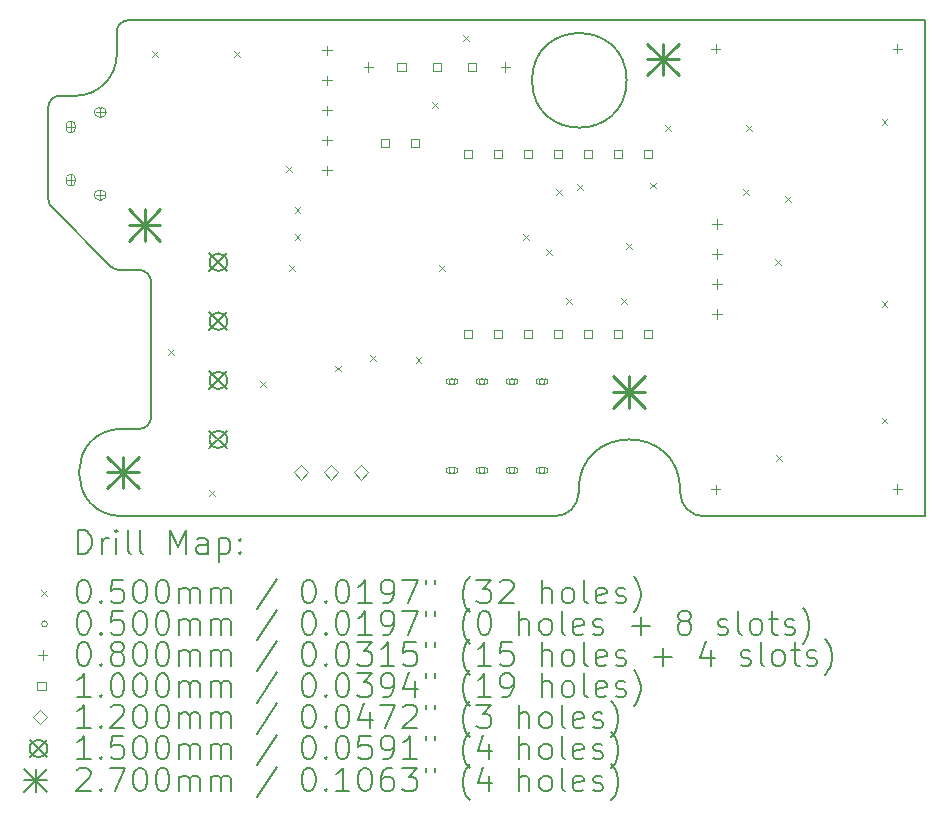
<source format=gbr>
%TF.GenerationSoftware,KiCad,Pcbnew,9.0.1*%
%TF.CreationDate,2025-09-30T23:18:26-04:00*%
%TF.ProjectId,cablight-project,6361626c-6967-4687-942d-70726f6a6563,rev?*%
%TF.SameCoordinates,Original*%
%TF.FileFunction,Drillmap*%
%TF.FilePolarity,Positive*%
%FSLAX45Y45*%
G04 Gerber Fmt 4.5, Leading zero omitted, Abs format (unit mm)*
G04 Created by KiCad (PCBNEW 9.0.1) date 2025-09-30 23:18:26*
%MOMM*%
%LPD*%
G01*
G04 APERTURE LIST*
%ADD10C,0.150000*%
%ADD11C,0.200000*%
%ADD12C,0.100000*%
%ADD13C,0.120000*%
%ADD14C,0.270000*%
G04 APERTURE END LIST*
D10*
X-7390711Y-1583588D02*
G75*
G02*
X-7420000Y-1512878I70710J70710D01*
G01*
X-6817167Y-2115711D02*
G75*
G02*
X-6887878Y-2086421I0J99999D01*
G01*
X-6887878Y-2086421D02*
X-7390711Y-1583588D01*
X-7320000Y-640000D02*
X-7190000Y-640000D01*
X-6550000Y-2215711D02*
X-6550000Y-3360000D01*
X-6790000Y-4200000D02*
G75*
G02*
X-6790000Y-3460000I0J370000D01*
G01*
X-6650000Y-2115711D02*
G75*
G02*
X-6550000Y-2215711I0J-100000D01*
G01*
X-1870000Y-4200000D02*
X0Y-4200000D01*
X-7420000Y-740000D02*
G75*
G02*
X-7320000Y-640000I100000J0D01*
G01*
X-6840000Y-290000D02*
G75*
G02*
X-7190000Y-640000I-350000J0D01*
G01*
X-2930000Y-3980000D02*
X-2930000Y-4000000D01*
X0Y0D02*
X0Y-4200000D01*
X-2930000Y-3980000D02*
G75*
G02*
X-2070000Y-3980000I430000J0D01*
G01*
X-1870000Y-4200000D02*
G75*
G02*
X-2070000Y-4000000I0J200000D01*
G01*
X-6710000Y-3460000D02*
X-6790000Y-3460000D01*
X-2523439Y-510000D02*
G75*
G02*
X-3324161Y-510000I-400361J0D01*
G01*
X-3324161Y-510000D02*
G75*
G02*
X-2523439Y-510000I400361J0D01*
G01*
X-6840000Y-100000D02*
X-6840000Y-290000D01*
X-7420000Y-740000D02*
X-7420000Y-1512878D01*
X0Y0D02*
X-6740000Y0D01*
X-6650000Y-3460000D02*
X-6710000Y-3460000D01*
X-2930000Y-4000000D02*
G75*
G02*
X-3130000Y-4200000I-200000J0D01*
G01*
X-6817167Y-2115711D02*
X-6650000Y-2115711D01*
X-6550000Y-3360000D02*
G75*
G02*
X-6650000Y-3460000I-100000J0D01*
G01*
X-3130000Y-4200000D02*
X-6790000Y-4200000D01*
X-2070000Y-4000000D02*
X-2070000Y-3980000D01*
X-6840000Y-100000D02*
G75*
G02*
X-6740000Y0I100000J0D01*
G01*
D11*
D12*
X-6545000Y-265000D02*
X-6495000Y-315000D01*
X-6495000Y-265000D02*
X-6545000Y-315000D01*
X-6405000Y-2785000D02*
X-6355000Y-2835000D01*
X-6355000Y-2785000D02*
X-6405000Y-2835000D01*
X-6055000Y-3975000D02*
X-6005000Y-4025000D01*
X-6005000Y-3975000D02*
X-6055000Y-4025000D01*
X-5845000Y-265000D02*
X-5795000Y-315000D01*
X-5795000Y-265000D02*
X-5845000Y-315000D01*
X-5625000Y-3055000D02*
X-5575000Y-3105000D01*
X-5575000Y-3055000D02*
X-5625000Y-3105000D01*
X-5405000Y-1235000D02*
X-5355000Y-1285000D01*
X-5355000Y-1235000D02*
X-5405000Y-1285000D01*
X-5385000Y-2075000D02*
X-5335000Y-2125000D01*
X-5335000Y-2075000D02*
X-5385000Y-2125000D01*
X-5335000Y-1585000D02*
X-5285000Y-1635000D01*
X-5285000Y-1585000D02*
X-5335000Y-1635000D01*
X-5335000Y-1815000D02*
X-5285000Y-1865000D01*
X-5285000Y-1815000D02*
X-5335000Y-1865000D01*
X-4990000Y-2925000D02*
X-4940000Y-2975000D01*
X-4940000Y-2925000D02*
X-4990000Y-2975000D01*
X-4695000Y-2835000D02*
X-4645000Y-2885000D01*
X-4645000Y-2835000D02*
X-4695000Y-2885000D01*
X-4310000Y-2855000D02*
X-4260000Y-2905000D01*
X-4260000Y-2855000D02*
X-4310000Y-2905000D01*
X-4170000Y-690000D02*
X-4120000Y-740000D01*
X-4120000Y-690000D02*
X-4170000Y-740000D01*
X-4115000Y-2075000D02*
X-4065000Y-2125000D01*
X-4065000Y-2075000D02*
X-4115000Y-2125000D01*
X-3905000Y-130000D02*
X-3855000Y-180000D01*
X-3855000Y-130000D02*
X-3905000Y-180000D01*
X-3400000Y-1815000D02*
X-3350000Y-1865000D01*
X-3350000Y-1815000D02*
X-3400000Y-1865000D01*
X-3205000Y-1935000D02*
X-3155000Y-1985000D01*
X-3155000Y-1935000D02*
X-3205000Y-1985000D01*
X-3123000Y-1430000D02*
X-3073000Y-1480000D01*
X-3073000Y-1430000D02*
X-3123000Y-1480000D01*
X-3035000Y-2355000D02*
X-2985000Y-2405000D01*
X-2985000Y-2355000D02*
X-3035000Y-2405000D01*
X-2940000Y-1385000D02*
X-2890000Y-1435000D01*
X-2890000Y-1385000D02*
X-2940000Y-1435000D01*
X-2570000Y-2355000D02*
X-2520000Y-2405000D01*
X-2520000Y-2355000D02*
X-2570000Y-2405000D01*
X-2525000Y-1885000D02*
X-2475000Y-1935000D01*
X-2475000Y-1885000D02*
X-2525000Y-1935000D01*
X-2325000Y-1375000D02*
X-2275000Y-1425000D01*
X-2275000Y-1375000D02*
X-2325000Y-1425000D01*
X-2200000Y-885000D02*
X-2150000Y-935000D01*
X-2150000Y-885000D02*
X-2200000Y-935000D01*
X-1535000Y-1430000D02*
X-1485000Y-1480000D01*
X-1485000Y-1430000D02*
X-1535000Y-1480000D01*
X-1515000Y-885000D02*
X-1465000Y-935000D01*
X-1465000Y-885000D02*
X-1515000Y-935000D01*
X-1270000Y-2020000D02*
X-1220000Y-2070000D01*
X-1220000Y-2020000D02*
X-1270000Y-2070000D01*
X-1255000Y-3685000D02*
X-1205000Y-3735000D01*
X-1205000Y-3685000D02*
X-1255000Y-3735000D01*
X-1185000Y-1490000D02*
X-1135000Y-1540000D01*
X-1135000Y-1490000D02*
X-1185000Y-1540000D01*
X-365000Y-835000D02*
X-315000Y-885000D01*
X-315000Y-835000D02*
X-365000Y-885000D01*
X-365000Y-2375000D02*
X-315000Y-2425000D01*
X-315000Y-2375000D02*
X-365000Y-2425000D01*
X-365000Y-3365000D02*
X-315000Y-3415000D01*
X-315000Y-3365000D02*
X-365000Y-3415000D01*
X-3977000Y-3060000D02*
G75*
G02*
X-4027000Y-3060000I-25000J0D01*
G01*
X-4027000Y-3060000D02*
G75*
G02*
X-3977000Y-3060000I25000J0D01*
G01*
X-4027000Y-3085000D02*
X-3977000Y-3085000D01*
X-3977000Y-3035000D02*
G75*
G02*
X-3977000Y-3085000I0J-25000D01*
G01*
X-3977000Y-3035000D02*
X-4027000Y-3035000D01*
X-4027000Y-3035000D02*
G75*
G03*
X-4027000Y-3085000I0J-25000D01*
G01*
X-3977000Y-3812000D02*
G75*
G02*
X-4027000Y-3812000I-25000J0D01*
G01*
X-4027000Y-3812000D02*
G75*
G02*
X-3977000Y-3812000I25000J0D01*
G01*
X-4027000Y-3837000D02*
X-3977000Y-3837000D01*
X-3977000Y-3787000D02*
G75*
G02*
X-3977000Y-3837000I0J-25000D01*
G01*
X-3977000Y-3787000D02*
X-4027000Y-3787000D01*
X-4027000Y-3787000D02*
G75*
G03*
X-4027000Y-3837000I0J-25000D01*
G01*
X-3723000Y-3060000D02*
G75*
G02*
X-3773000Y-3060000I-25000J0D01*
G01*
X-3773000Y-3060000D02*
G75*
G02*
X-3723000Y-3060000I25000J0D01*
G01*
X-3773000Y-3085000D02*
X-3723000Y-3085000D01*
X-3723000Y-3035000D02*
G75*
G02*
X-3723000Y-3085000I0J-25000D01*
G01*
X-3723000Y-3035000D02*
X-3773000Y-3035000D01*
X-3773000Y-3035000D02*
G75*
G03*
X-3773000Y-3085000I0J-25000D01*
G01*
X-3723000Y-3812000D02*
G75*
G02*
X-3773000Y-3812000I-25000J0D01*
G01*
X-3773000Y-3812000D02*
G75*
G02*
X-3723000Y-3812000I25000J0D01*
G01*
X-3773000Y-3837000D02*
X-3723000Y-3837000D01*
X-3723000Y-3787000D02*
G75*
G02*
X-3723000Y-3837000I0J-25000D01*
G01*
X-3723000Y-3787000D02*
X-3773000Y-3787000D01*
X-3773000Y-3787000D02*
G75*
G03*
X-3773000Y-3837000I0J-25000D01*
G01*
X-3469000Y-3060000D02*
G75*
G02*
X-3519000Y-3060000I-25000J0D01*
G01*
X-3519000Y-3060000D02*
G75*
G02*
X-3469000Y-3060000I25000J0D01*
G01*
X-3519000Y-3085000D02*
X-3469000Y-3085000D01*
X-3469000Y-3035000D02*
G75*
G02*
X-3469000Y-3085000I0J-25000D01*
G01*
X-3469000Y-3035000D02*
X-3519000Y-3035000D01*
X-3519000Y-3035000D02*
G75*
G03*
X-3519000Y-3085000I0J-25000D01*
G01*
X-3469000Y-3812000D02*
G75*
G02*
X-3519000Y-3812000I-25000J0D01*
G01*
X-3519000Y-3812000D02*
G75*
G02*
X-3469000Y-3812000I25000J0D01*
G01*
X-3519000Y-3837000D02*
X-3469000Y-3837000D01*
X-3469000Y-3787000D02*
G75*
G02*
X-3469000Y-3837000I0J-25000D01*
G01*
X-3469000Y-3787000D02*
X-3519000Y-3787000D01*
X-3519000Y-3787000D02*
G75*
G03*
X-3519000Y-3837000I0J-25000D01*
G01*
X-3215000Y-3060000D02*
G75*
G02*
X-3265000Y-3060000I-25000J0D01*
G01*
X-3265000Y-3060000D02*
G75*
G02*
X-3215000Y-3060000I25000J0D01*
G01*
X-3265000Y-3085000D02*
X-3215000Y-3085000D01*
X-3215000Y-3035000D02*
G75*
G02*
X-3215000Y-3085000I0J-25000D01*
G01*
X-3215000Y-3035000D02*
X-3265000Y-3035000D01*
X-3265000Y-3035000D02*
G75*
G03*
X-3265000Y-3085000I0J-25000D01*
G01*
X-3215000Y-3812000D02*
G75*
G02*
X-3265000Y-3812000I-25000J0D01*
G01*
X-3265000Y-3812000D02*
G75*
G02*
X-3215000Y-3812000I25000J0D01*
G01*
X-3265000Y-3837000D02*
X-3215000Y-3837000D01*
X-3215000Y-3787000D02*
G75*
G02*
X-3215000Y-3837000I0J-25000D01*
G01*
X-3215000Y-3787000D02*
X-3265000Y-3787000D01*
X-3265000Y-3787000D02*
G75*
G03*
X-3265000Y-3837000I0J-25000D01*
G01*
X-7230000Y-865000D02*
X-7230000Y-945000D01*
X-7270000Y-905000D02*
X-7190000Y-905000D01*
X-7270000Y-895000D02*
X-7270000Y-915000D01*
X-7190000Y-915000D02*
G75*
G02*
X-7270000Y-915000I-40000J0D01*
G01*
X-7190000Y-915000D02*
X-7190000Y-895000D01*
X-7190000Y-895000D02*
G75*
G03*
X-7270000Y-895000I-40000J0D01*
G01*
X-7230000Y-1315000D02*
X-7230000Y-1395000D01*
X-7270000Y-1355000D02*
X-7190000Y-1355000D01*
X-7270000Y-1345000D02*
X-7270000Y-1365000D01*
X-7190000Y-1365000D02*
G75*
G02*
X-7270000Y-1365000I-40000J0D01*
G01*
X-7190000Y-1365000D02*
X-7190000Y-1345000D01*
X-7190000Y-1345000D02*
G75*
G03*
X-7270000Y-1345000I-40000J0D01*
G01*
X-6980000Y-740000D02*
X-6980000Y-820000D01*
X-7020000Y-780000D02*
X-6940000Y-780000D01*
X-6990000Y-820000D02*
X-6970000Y-820000D01*
X-6970000Y-740000D02*
G75*
G02*
X-6970000Y-820000I0J-40000D01*
G01*
X-6970000Y-740000D02*
X-6990000Y-740000D01*
X-6990000Y-740000D02*
G75*
G03*
X-6990000Y-820000I0J-40000D01*
G01*
X-6980000Y-1440000D02*
X-6980000Y-1520000D01*
X-7020000Y-1480000D02*
X-6940000Y-1480000D01*
X-6990000Y-1520000D02*
X-6970000Y-1520000D01*
X-6970000Y-1440000D02*
G75*
G02*
X-6970000Y-1520000I0J-40000D01*
G01*
X-6970000Y-1440000D02*
X-6990000Y-1440000D01*
X-6990000Y-1440000D02*
G75*
G03*
X-6990000Y-1520000I0J-40000D01*
G01*
X-5061000Y-217000D02*
X-5061000Y-297000D01*
X-5101000Y-257000D02*
X-5021000Y-257000D01*
X-5061000Y-471000D02*
X-5061000Y-551000D01*
X-5101000Y-511000D02*
X-5021000Y-511000D01*
X-5061000Y-725000D02*
X-5061000Y-805000D01*
X-5101000Y-765000D02*
X-5021000Y-765000D01*
X-5061000Y-979000D02*
X-5061000Y-1059000D01*
X-5101000Y-1019000D02*
X-5021000Y-1019000D01*
X-5061000Y-1233000D02*
X-5061000Y-1313000D01*
X-5101000Y-1273000D02*
X-5021000Y-1273000D01*
X-4710000Y-355800D02*
X-4710000Y-435800D01*
X-4750000Y-395800D02*
X-4670000Y-395800D01*
X-3550000Y-355800D02*
X-3550000Y-435800D01*
X-3590000Y-395800D02*
X-3510000Y-395800D01*
X-1770000Y-202000D02*
X-1770000Y-282000D01*
X-1810000Y-242000D02*
X-1730000Y-242000D01*
X-1770000Y-3932000D02*
X-1770000Y-4012000D01*
X-1810000Y-3972000D02*
X-1730000Y-3972000D01*
X-1758800Y-1686000D02*
X-1758800Y-1766000D01*
X-1798800Y-1726000D02*
X-1718800Y-1726000D01*
X-1758800Y-1940000D02*
X-1758800Y-2020000D01*
X-1798800Y-1980000D02*
X-1718800Y-1980000D01*
X-1758800Y-2194000D02*
X-1758800Y-2274000D01*
X-1798800Y-2234000D02*
X-1718800Y-2234000D01*
X-1758800Y-2448000D02*
X-1758800Y-2528000D01*
X-1798800Y-2488000D02*
X-1718800Y-2488000D01*
X-230000Y-202000D02*
X-230000Y-282000D01*
X-270000Y-242000D02*
X-190000Y-242000D01*
X-230000Y-3929500D02*
X-230000Y-4009500D01*
X-270000Y-3969500D02*
X-190000Y-3969500D01*
X-4533644Y-1075356D02*
X-4533644Y-1004644D01*
X-4604356Y-1004644D01*
X-4604356Y-1075356D01*
X-4533644Y-1075356D01*
X-4394644Y-431156D02*
X-4394644Y-360444D01*
X-4465356Y-360444D01*
X-4465356Y-431156D01*
X-4394644Y-431156D01*
X-4279644Y-1075356D02*
X-4279644Y-1004644D01*
X-4350356Y-1004644D01*
X-4350356Y-1075356D01*
X-4279644Y-1075356D01*
X-4094644Y-431156D02*
X-4094644Y-360444D01*
X-4165356Y-360444D01*
X-4165356Y-431156D01*
X-4094644Y-431156D01*
X-3829644Y-1171356D02*
X-3829644Y-1100644D01*
X-3900356Y-1100644D01*
X-3900356Y-1171356D01*
X-3829644Y-1171356D01*
X-3829644Y-2695356D02*
X-3829644Y-2624644D01*
X-3900356Y-2624644D01*
X-3900356Y-2695356D01*
X-3829644Y-2695356D01*
X-3794644Y-431156D02*
X-3794644Y-360444D01*
X-3865356Y-360444D01*
X-3865356Y-431156D01*
X-3794644Y-431156D01*
X-3575644Y-1171356D02*
X-3575644Y-1100644D01*
X-3646356Y-1100644D01*
X-3646356Y-1171356D01*
X-3575644Y-1171356D01*
X-3575644Y-2695356D02*
X-3575644Y-2624644D01*
X-3646356Y-2624644D01*
X-3646356Y-2695356D01*
X-3575644Y-2695356D01*
X-3321644Y-1171356D02*
X-3321644Y-1100644D01*
X-3392356Y-1100644D01*
X-3392356Y-1171356D01*
X-3321644Y-1171356D01*
X-3321644Y-2695356D02*
X-3321644Y-2624644D01*
X-3392356Y-2624644D01*
X-3392356Y-2695356D01*
X-3321644Y-2695356D01*
X-3067644Y-1171356D02*
X-3067644Y-1100644D01*
X-3138356Y-1100644D01*
X-3138356Y-1171356D01*
X-3067644Y-1171356D01*
X-3067644Y-2695356D02*
X-3067644Y-2624644D01*
X-3138356Y-2624644D01*
X-3138356Y-2695356D01*
X-3067644Y-2695356D01*
X-2813644Y-1171356D02*
X-2813644Y-1100644D01*
X-2884356Y-1100644D01*
X-2884356Y-1171356D01*
X-2813644Y-1171356D01*
X-2813644Y-2695356D02*
X-2813644Y-2624644D01*
X-2884356Y-2624644D01*
X-2884356Y-2695356D01*
X-2813644Y-2695356D01*
X-2559644Y-1171356D02*
X-2559644Y-1100644D01*
X-2630356Y-1100644D01*
X-2630356Y-1171356D01*
X-2559644Y-1171356D01*
X-2559644Y-2695356D02*
X-2559644Y-2624644D01*
X-2630356Y-2624644D01*
X-2630356Y-2695356D01*
X-2559644Y-2695356D01*
X-2305644Y-1171356D02*
X-2305644Y-1100644D01*
X-2376356Y-1100644D01*
X-2376356Y-1171356D01*
X-2305644Y-1171356D01*
X-2305644Y-2695356D02*
X-2305644Y-2624644D01*
X-2376356Y-2624644D01*
X-2376356Y-2695356D01*
X-2305644Y-2695356D01*
D13*
X-5280000Y-3890000D02*
X-5220000Y-3830000D01*
X-5280000Y-3770000D01*
X-5340000Y-3830000D01*
X-5280000Y-3890000D01*
X-5026000Y-3890000D02*
X-4966000Y-3830000D01*
X-5026000Y-3770000D01*
X-5086000Y-3830000D01*
X-5026000Y-3890000D01*
X-4772000Y-3890000D02*
X-4712000Y-3830000D01*
X-4772000Y-3770000D01*
X-4832000Y-3830000D01*
X-4772000Y-3890000D01*
D10*
X-6055000Y-1975000D02*
X-5905000Y-2125000D01*
X-5905000Y-1975000D02*
X-6055000Y-2125000D01*
X-5905000Y-2050000D02*
G75*
G02*
X-6055000Y-2050000I-75000J0D01*
G01*
X-6055000Y-2050000D02*
G75*
G02*
X-5905000Y-2050000I75000J0D01*
G01*
X-6055000Y-2475000D02*
X-5905000Y-2625000D01*
X-5905000Y-2475000D02*
X-6055000Y-2625000D01*
X-5905000Y-2550000D02*
G75*
G02*
X-6055000Y-2550000I-75000J0D01*
G01*
X-6055000Y-2550000D02*
G75*
G02*
X-5905000Y-2550000I75000J0D01*
G01*
X-6055000Y-2975000D02*
X-5905000Y-3125000D01*
X-5905000Y-2975000D02*
X-6055000Y-3125000D01*
X-5905000Y-3050000D02*
G75*
G02*
X-6055000Y-3050000I-75000J0D01*
G01*
X-6055000Y-3050000D02*
G75*
G02*
X-5905000Y-3050000I75000J0D01*
G01*
X-6055000Y-3475000D02*
X-5905000Y-3625000D01*
X-5905000Y-3475000D02*
X-6055000Y-3625000D01*
X-5905000Y-3550000D02*
G75*
G02*
X-6055000Y-3550000I-75000J0D01*
G01*
X-6055000Y-3550000D02*
G75*
G02*
X-5905000Y-3550000I75000J0D01*
G01*
D14*
X-6925000Y-3695000D02*
X-6655000Y-3965000D01*
X-6655000Y-3695000D02*
X-6925000Y-3965000D01*
X-6790000Y-3695000D02*
X-6790000Y-3965000D01*
X-6925000Y-3830000D02*
X-6655000Y-3830000D01*
X-6740000Y-1600000D02*
X-6470000Y-1870000D01*
X-6470000Y-1600000D02*
X-6740000Y-1870000D01*
X-6605000Y-1600000D02*
X-6605000Y-1870000D01*
X-6740000Y-1735000D02*
X-6470000Y-1735000D01*
X-2635000Y-3015000D02*
X-2365000Y-3285000D01*
X-2365000Y-3015000D02*
X-2635000Y-3285000D01*
X-2500000Y-3015000D02*
X-2500000Y-3285000D01*
X-2635000Y-3150000D02*
X-2365000Y-3150000D01*
X-2348800Y-198000D02*
X-2078800Y-468000D01*
X-2078800Y-198000D02*
X-2348800Y-468000D01*
X-2213800Y-198000D02*
X-2213800Y-468000D01*
X-2348800Y-333000D02*
X-2078800Y-333000D01*
D11*
X-7166723Y-4518984D02*
X-7166723Y-4318984D01*
X-7166723Y-4318984D02*
X-7119104Y-4318984D01*
X-7119104Y-4318984D02*
X-7090533Y-4328508D01*
X-7090533Y-4328508D02*
X-7071485Y-4347555D01*
X-7071485Y-4347555D02*
X-7061961Y-4366603D01*
X-7061961Y-4366603D02*
X-7052437Y-4404698D01*
X-7052437Y-4404698D02*
X-7052437Y-4433270D01*
X-7052437Y-4433270D02*
X-7061961Y-4471365D01*
X-7061961Y-4471365D02*
X-7071485Y-4490412D01*
X-7071485Y-4490412D02*
X-7090533Y-4509460D01*
X-7090533Y-4509460D02*
X-7119104Y-4518984D01*
X-7119104Y-4518984D02*
X-7166723Y-4518984D01*
X-6966723Y-4518984D02*
X-6966723Y-4385650D01*
X-6966723Y-4423746D02*
X-6957199Y-4404698D01*
X-6957199Y-4404698D02*
X-6947675Y-4395174D01*
X-6947675Y-4395174D02*
X-6928628Y-4385650D01*
X-6928628Y-4385650D02*
X-6909580Y-4385650D01*
X-6842914Y-4518984D02*
X-6842914Y-4385650D01*
X-6842914Y-4318984D02*
X-6852437Y-4328508D01*
X-6852437Y-4328508D02*
X-6842914Y-4338031D01*
X-6842914Y-4338031D02*
X-6833390Y-4328508D01*
X-6833390Y-4328508D02*
X-6842914Y-4318984D01*
X-6842914Y-4318984D02*
X-6842914Y-4338031D01*
X-6719104Y-4518984D02*
X-6738152Y-4509460D01*
X-6738152Y-4509460D02*
X-6747675Y-4490412D01*
X-6747675Y-4490412D02*
X-6747675Y-4318984D01*
X-6614342Y-4518984D02*
X-6633390Y-4509460D01*
X-6633390Y-4509460D02*
X-6642914Y-4490412D01*
X-6642914Y-4490412D02*
X-6642914Y-4318984D01*
X-6385771Y-4518984D02*
X-6385771Y-4318984D01*
X-6385771Y-4318984D02*
X-6319104Y-4461841D01*
X-6319104Y-4461841D02*
X-6252437Y-4318984D01*
X-6252437Y-4318984D02*
X-6252437Y-4518984D01*
X-6071485Y-4518984D02*
X-6071485Y-4414222D01*
X-6071485Y-4414222D02*
X-6081009Y-4395174D01*
X-6081009Y-4395174D02*
X-6100056Y-4385650D01*
X-6100056Y-4385650D02*
X-6138152Y-4385650D01*
X-6138152Y-4385650D02*
X-6157199Y-4395174D01*
X-6071485Y-4509460D02*
X-6090533Y-4518984D01*
X-6090533Y-4518984D02*
X-6138152Y-4518984D01*
X-6138152Y-4518984D02*
X-6157199Y-4509460D01*
X-6157199Y-4509460D02*
X-6166723Y-4490412D01*
X-6166723Y-4490412D02*
X-6166723Y-4471365D01*
X-6166723Y-4471365D02*
X-6157199Y-4452317D01*
X-6157199Y-4452317D02*
X-6138152Y-4442793D01*
X-6138152Y-4442793D02*
X-6090533Y-4442793D01*
X-6090533Y-4442793D02*
X-6071485Y-4433270D01*
X-5976247Y-4385650D02*
X-5976247Y-4585650D01*
X-5976247Y-4395174D02*
X-5957199Y-4385650D01*
X-5957199Y-4385650D02*
X-5919104Y-4385650D01*
X-5919104Y-4385650D02*
X-5900056Y-4395174D01*
X-5900056Y-4395174D02*
X-5890533Y-4404698D01*
X-5890533Y-4404698D02*
X-5881009Y-4423746D01*
X-5881009Y-4423746D02*
X-5881009Y-4480889D01*
X-5881009Y-4480889D02*
X-5890533Y-4499936D01*
X-5890533Y-4499936D02*
X-5900056Y-4509460D01*
X-5900056Y-4509460D02*
X-5919104Y-4518984D01*
X-5919104Y-4518984D02*
X-5957199Y-4518984D01*
X-5957199Y-4518984D02*
X-5976247Y-4509460D01*
X-5795294Y-4499936D02*
X-5785771Y-4509460D01*
X-5785771Y-4509460D02*
X-5795294Y-4518984D01*
X-5795294Y-4518984D02*
X-5804818Y-4509460D01*
X-5804818Y-4509460D02*
X-5795294Y-4499936D01*
X-5795294Y-4499936D02*
X-5795294Y-4518984D01*
X-5795294Y-4395174D02*
X-5785771Y-4404698D01*
X-5785771Y-4404698D02*
X-5795294Y-4414222D01*
X-5795294Y-4414222D02*
X-5804818Y-4404698D01*
X-5804818Y-4404698D02*
X-5795294Y-4395174D01*
X-5795294Y-4395174D02*
X-5795294Y-4414222D01*
D12*
X-7477500Y-4822500D02*
X-7427500Y-4872500D01*
X-7427500Y-4822500D02*
X-7477500Y-4872500D01*
D11*
X-7128628Y-4738984D02*
X-7109580Y-4738984D01*
X-7109580Y-4738984D02*
X-7090533Y-4748508D01*
X-7090533Y-4748508D02*
X-7081009Y-4758031D01*
X-7081009Y-4758031D02*
X-7071485Y-4777079D01*
X-7071485Y-4777079D02*
X-7061961Y-4815174D01*
X-7061961Y-4815174D02*
X-7061961Y-4862793D01*
X-7061961Y-4862793D02*
X-7071485Y-4900889D01*
X-7071485Y-4900889D02*
X-7081009Y-4919936D01*
X-7081009Y-4919936D02*
X-7090533Y-4929460D01*
X-7090533Y-4929460D02*
X-7109580Y-4938984D01*
X-7109580Y-4938984D02*
X-7128628Y-4938984D01*
X-7128628Y-4938984D02*
X-7147675Y-4929460D01*
X-7147675Y-4929460D02*
X-7157199Y-4919936D01*
X-7157199Y-4919936D02*
X-7166723Y-4900889D01*
X-7166723Y-4900889D02*
X-7176247Y-4862793D01*
X-7176247Y-4862793D02*
X-7176247Y-4815174D01*
X-7176247Y-4815174D02*
X-7166723Y-4777079D01*
X-7166723Y-4777079D02*
X-7157199Y-4758031D01*
X-7157199Y-4758031D02*
X-7147675Y-4748508D01*
X-7147675Y-4748508D02*
X-7128628Y-4738984D01*
X-6976247Y-4919936D02*
X-6966723Y-4929460D01*
X-6966723Y-4929460D02*
X-6976247Y-4938984D01*
X-6976247Y-4938984D02*
X-6985771Y-4929460D01*
X-6985771Y-4929460D02*
X-6976247Y-4919936D01*
X-6976247Y-4919936D02*
X-6976247Y-4938984D01*
X-6785771Y-4738984D02*
X-6881009Y-4738984D01*
X-6881009Y-4738984D02*
X-6890533Y-4834222D01*
X-6890533Y-4834222D02*
X-6881009Y-4824698D01*
X-6881009Y-4824698D02*
X-6861961Y-4815174D01*
X-6861961Y-4815174D02*
X-6814342Y-4815174D01*
X-6814342Y-4815174D02*
X-6795294Y-4824698D01*
X-6795294Y-4824698D02*
X-6785771Y-4834222D01*
X-6785771Y-4834222D02*
X-6776247Y-4853270D01*
X-6776247Y-4853270D02*
X-6776247Y-4900889D01*
X-6776247Y-4900889D02*
X-6785771Y-4919936D01*
X-6785771Y-4919936D02*
X-6795294Y-4929460D01*
X-6795294Y-4929460D02*
X-6814342Y-4938984D01*
X-6814342Y-4938984D02*
X-6861961Y-4938984D01*
X-6861961Y-4938984D02*
X-6881009Y-4929460D01*
X-6881009Y-4929460D02*
X-6890533Y-4919936D01*
X-6652437Y-4738984D02*
X-6633390Y-4738984D01*
X-6633390Y-4738984D02*
X-6614342Y-4748508D01*
X-6614342Y-4748508D02*
X-6604818Y-4758031D01*
X-6604818Y-4758031D02*
X-6595294Y-4777079D01*
X-6595294Y-4777079D02*
X-6585771Y-4815174D01*
X-6585771Y-4815174D02*
X-6585771Y-4862793D01*
X-6585771Y-4862793D02*
X-6595294Y-4900889D01*
X-6595294Y-4900889D02*
X-6604818Y-4919936D01*
X-6604818Y-4919936D02*
X-6614342Y-4929460D01*
X-6614342Y-4929460D02*
X-6633390Y-4938984D01*
X-6633390Y-4938984D02*
X-6652437Y-4938984D01*
X-6652437Y-4938984D02*
X-6671485Y-4929460D01*
X-6671485Y-4929460D02*
X-6681009Y-4919936D01*
X-6681009Y-4919936D02*
X-6690533Y-4900889D01*
X-6690533Y-4900889D02*
X-6700056Y-4862793D01*
X-6700056Y-4862793D02*
X-6700056Y-4815174D01*
X-6700056Y-4815174D02*
X-6690533Y-4777079D01*
X-6690533Y-4777079D02*
X-6681009Y-4758031D01*
X-6681009Y-4758031D02*
X-6671485Y-4748508D01*
X-6671485Y-4748508D02*
X-6652437Y-4738984D01*
X-6461961Y-4738984D02*
X-6442913Y-4738984D01*
X-6442913Y-4738984D02*
X-6423866Y-4748508D01*
X-6423866Y-4748508D02*
X-6414342Y-4758031D01*
X-6414342Y-4758031D02*
X-6404818Y-4777079D01*
X-6404818Y-4777079D02*
X-6395294Y-4815174D01*
X-6395294Y-4815174D02*
X-6395294Y-4862793D01*
X-6395294Y-4862793D02*
X-6404818Y-4900889D01*
X-6404818Y-4900889D02*
X-6414342Y-4919936D01*
X-6414342Y-4919936D02*
X-6423866Y-4929460D01*
X-6423866Y-4929460D02*
X-6442913Y-4938984D01*
X-6442913Y-4938984D02*
X-6461961Y-4938984D01*
X-6461961Y-4938984D02*
X-6481009Y-4929460D01*
X-6481009Y-4929460D02*
X-6490533Y-4919936D01*
X-6490533Y-4919936D02*
X-6500056Y-4900889D01*
X-6500056Y-4900889D02*
X-6509580Y-4862793D01*
X-6509580Y-4862793D02*
X-6509580Y-4815174D01*
X-6509580Y-4815174D02*
X-6500056Y-4777079D01*
X-6500056Y-4777079D02*
X-6490533Y-4758031D01*
X-6490533Y-4758031D02*
X-6481009Y-4748508D01*
X-6481009Y-4748508D02*
X-6461961Y-4738984D01*
X-6309580Y-4938984D02*
X-6309580Y-4805650D01*
X-6309580Y-4824698D02*
X-6300056Y-4815174D01*
X-6300056Y-4815174D02*
X-6281009Y-4805650D01*
X-6281009Y-4805650D02*
X-6252437Y-4805650D01*
X-6252437Y-4805650D02*
X-6233390Y-4815174D01*
X-6233390Y-4815174D02*
X-6223866Y-4834222D01*
X-6223866Y-4834222D02*
X-6223866Y-4938984D01*
X-6223866Y-4834222D02*
X-6214342Y-4815174D01*
X-6214342Y-4815174D02*
X-6195294Y-4805650D01*
X-6195294Y-4805650D02*
X-6166723Y-4805650D01*
X-6166723Y-4805650D02*
X-6147675Y-4815174D01*
X-6147675Y-4815174D02*
X-6138152Y-4834222D01*
X-6138152Y-4834222D02*
X-6138152Y-4938984D01*
X-6042913Y-4938984D02*
X-6042913Y-4805650D01*
X-6042913Y-4824698D02*
X-6033390Y-4815174D01*
X-6033390Y-4815174D02*
X-6014342Y-4805650D01*
X-6014342Y-4805650D02*
X-5985771Y-4805650D01*
X-5985771Y-4805650D02*
X-5966723Y-4815174D01*
X-5966723Y-4815174D02*
X-5957199Y-4834222D01*
X-5957199Y-4834222D02*
X-5957199Y-4938984D01*
X-5957199Y-4834222D02*
X-5947675Y-4815174D01*
X-5947675Y-4815174D02*
X-5928628Y-4805650D01*
X-5928628Y-4805650D02*
X-5900056Y-4805650D01*
X-5900056Y-4805650D02*
X-5881009Y-4815174D01*
X-5881009Y-4815174D02*
X-5871485Y-4834222D01*
X-5871485Y-4834222D02*
X-5871485Y-4938984D01*
X-5481009Y-4729460D02*
X-5652437Y-4986603D01*
X-5223866Y-4738984D02*
X-5204818Y-4738984D01*
X-5204818Y-4738984D02*
X-5185771Y-4748508D01*
X-5185771Y-4748508D02*
X-5176247Y-4758031D01*
X-5176247Y-4758031D02*
X-5166723Y-4777079D01*
X-5166723Y-4777079D02*
X-5157199Y-4815174D01*
X-5157199Y-4815174D02*
X-5157199Y-4862793D01*
X-5157199Y-4862793D02*
X-5166723Y-4900889D01*
X-5166723Y-4900889D02*
X-5176247Y-4919936D01*
X-5176247Y-4919936D02*
X-5185771Y-4929460D01*
X-5185771Y-4929460D02*
X-5204818Y-4938984D01*
X-5204818Y-4938984D02*
X-5223866Y-4938984D01*
X-5223866Y-4938984D02*
X-5242913Y-4929460D01*
X-5242913Y-4929460D02*
X-5252437Y-4919936D01*
X-5252437Y-4919936D02*
X-5261961Y-4900889D01*
X-5261961Y-4900889D02*
X-5271485Y-4862793D01*
X-5271485Y-4862793D02*
X-5271485Y-4815174D01*
X-5271485Y-4815174D02*
X-5261961Y-4777079D01*
X-5261961Y-4777079D02*
X-5252437Y-4758031D01*
X-5252437Y-4758031D02*
X-5242913Y-4748508D01*
X-5242913Y-4748508D02*
X-5223866Y-4738984D01*
X-5071485Y-4919936D02*
X-5061961Y-4929460D01*
X-5061961Y-4929460D02*
X-5071485Y-4938984D01*
X-5071485Y-4938984D02*
X-5081009Y-4929460D01*
X-5081009Y-4929460D02*
X-5071485Y-4919936D01*
X-5071485Y-4919936D02*
X-5071485Y-4938984D01*
X-4938152Y-4738984D02*
X-4919104Y-4738984D01*
X-4919104Y-4738984D02*
X-4900056Y-4748508D01*
X-4900056Y-4748508D02*
X-4890532Y-4758031D01*
X-4890532Y-4758031D02*
X-4881009Y-4777079D01*
X-4881009Y-4777079D02*
X-4871485Y-4815174D01*
X-4871485Y-4815174D02*
X-4871485Y-4862793D01*
X-4871485Y-4862793D02*
X-4881009Y-4900889D01*
X-4881009Y-4900889D02*
X-4890532Y-4919936D01*
X-4890532Y-4919936D02*
X-4900056Y-4929460D01*
X-4900056Y-4929460D02*
X-4919104Y-4938984D01*
X-4919104Y-4938984D02*
X-4938152Y-4938984D01*
X-4938152Y-4938984D02*
X-4957199Y-4929460D01*
X-4957199Y-4929460D02*
X-4966723Y-4919936D01*
X-4966723Y-4919936D02*
X-4976247Y-4900889D01*
X-4976247Y-4900889D02*
X-4985771Y-4862793D01*
X-4985771Y-4862793D02*
X-4985771Y-4815174D01*
X-4985771Y-4815174D02*
X-4976247Y-4777079D01*
X-4976247Y-4777079D02*
X-4966723Y-4758031D01*
X-4966723Y-4758031D02*
X-4957199Y-4748508D01*
X-4957199Y-4748508D02*
X-4938152Y-4738984D01*
X-4681009Y-4938984D02*
X-4795294Y-4938984D01*
X-4738152Y-4938984D02*
X-4738152Y-4738984D01*
X-4738152Y-4738984D02*
X-4757199Y-4767555D01*
X-4757199Y-4767555D02*
X-4776247Y-4786603D01*
X-4776247Y-4786603D02*
X-4795294Y-4796127D01*
X-4585771Y-4938984D02*
X-4547675Y-4938984D01*
X-4547675Y-4938984D02*
X-4528628Y-4929460D01*
X-4528628Y-4929460D02*
X-4519104Y-4919936D01*
X-4519104Y-4919936D02*
X-4500056Y-4891365D01*
X-4500056Y-4891365D02*
X-4490532Y-4853270D01*
X-4490532Y-4853270D02*
X-4490532Y-4777079D01*
X-4490532Y-4777079D02*
X-4500056Y-4758031D01*
X-4500056Y-4758031D02*
X-4509580Y-4748508D01*
X-4509580Y-4748508D02*
X-4528628Y-4738984D01*
X-4528628Y-4738984D02*
X-4566723Y-4738984D01*
X-4566723Y-4738984D02*
X-4585771Y-4748508D01*
X-4585771Y-4748508D02*
X-4595294Y-4758031D01*
X-4595294Y-4758031D02*
X-4604818Y-4777079D01*
X-4604818Y-4777079D02*
X-4604818Y-4824698D01*
X-4604818Y-4824698D02*
X-4595294Y-4843746D01*
X-4595294Y-4843746D02*
X-4585771Y-4853270D01*
X-4585771Y-4853270D02*
X-4566723Y-4862793D01*
X-4566723Y-4862793D02*
X-4528628Y-4862793D01*
X-4528628Y-4862793D02*
X-4509580Y-4853270D01*
X-4509580Y-4853270D02*
X-4500056Y-4843746D01*
X-4500056Y-4843746D02*
X-4490532Y-4824698D01*
X-4423866Y-4738984D02*
X-4290532Y-4738984D01*
X-4290532Y-4738984D02*
X-4376247Y-4938984D01*
X-4223866Y-4738984D02*
X-4223866Y-4777079D01*
X-4147675Y-4738984D02*
X-4147675Y-4777079D01*
X-3852437Y-5015174D02*
X-3861961Y-5005650D01*
X-3861961Y-5005650D02*
X-3881008Y-4977079D01*
X-3881008Y-4977079D02*
X-3890532Y-4958031D01*
X-3890532Y-4958031D02*
X-3900056Y-4929460D01*
X-3900056Y-4929460D02*
X-3909580Y-4881841D01*
X-3909580Y-4881841D02*
X-3909580Y-4843746D01*
X-3909580Y-4843746D02*
X-3900056Y-4796127D01*
X-3900056Y-4796127D02*
X-3890532Y-4767555D01*
X-3890532Y-4767555D02*
X-3881008Y-4748508D01*
X-3881008Y-4748508D02*
X-3861961Y-4719936D01*
X-3861961Y-4719936D02*
X-3852437Y-4710412D01*
X-3795294Y-4738984D02*
X-3671485Y-4738984D01*
X-3671485Y-4738984D02*
X-3738151Y-4815174D01*
X-3738151Y-4815174D02*
X-3709580Y-4815174D01*
X-3709580Y-4815174D02*
X-3690532Y-4824698D01*
X-3690532Y-4824698D02*
X-3681008Y-4834222D01*
X-3681008Y-4834222D02*
X-3671485Y-4853270D01*
X-3671485Y-4853270D02*
X-3671485Y-4900889D01*
X-3671485Y-4900889D02*
X-3681008Y-4919936D01*
X-3681008Y-4919936D02*
X-3690532Y-4929460D01*
X-3690532Y-4929460D02*
X-3709580Y-4938984D01*
X-3709580Y-4938984D02*
X-3766723Y-4938984D01*
X-3766723Y-4938984D02*
X-3785770Y-4929460D01*
X-3785770Y-4929460D02*
X-3795294Y-4919936D01*
X-3595294Y-4758031D02*
X-3585770Y-4748508D01*
X-3585770Y-4748508D02*
X-3566723Y-4738984D01*
X-3566723Y-4738984D02*
X-3519104Y-4738984D01*
X-3519104Y-4738984D02*
X-3500056Y-4748508D01*
X-3500056Y-4748508D02*
X-3490532Y-4758031D01*
X-3490532Y-4758031D02*
X-3481008Y-4777079D01*
X-3481008Y-4777079D02*
X-3481008Y-4796127D01*
X-3481008Y-4796127D02*
X-3490532Y-4824698D01*
X-3490532Y-4824698D02*
X-3604818Y-4938984D01*
X-3604818Y-4938984D02*
X-3481008Y-4938984D01*
X-3242913Y-4938984D02*
X-3242913Y-4738984D01*
X-3157199Y-4938984D02*
X-3157199Y-4834222D01*
X-3157199Y-4834222D02*
X-3166723Y-4815174D01*
X-3166723Y-4815174D02*
X-3185770Y-4805650D01*
X-3185770Y-4805650D02*
X-3214342Y-4805650D01*
X-3214342Y-4805650D02*
X-3233389Y-4815174D01*
X-3233389Y-4815174D02*
X-3242913Y-4824698D01*
X-3033389Y-4938984D02*
X-3052437Y-4929460D01*
X-3052437Y-4929460D02*
X-3061961Y-4919936D01*
X-3061961Y-4919936D02*
X-3071485Y-4900889D01*
X-3071485Y-4900889D02*
X-3071485Y-4843746D01*
X-3071485Y-4843746D02*
X-3061961Y-4824698D01*
X-3061961Y-4824698D02*
X-3052437Y-4815174D01*
X-3052437Y-4815174D02*
X-3033389Y-4805650D01*
X-3033389Y-4805650D02*
X-3004818Y-4805650D01*
X-3004818Y-4805650D02*
X-2985770Y-4815174D01*
X-2985770Y-4815174D02*
X-2976246Y-4824698D01*
X-2976246Y-4824698D02*
X-2966723Y-4843746D01*
X-2966723Y-4843746D02*
X-2966723Y-4900889D01*
X-2966723Y-4900889D02*
X-2976246Y-4919936D01*
X-2976246Y-4919936D02*
X-2985770Y-4929460D01*
X-2985770Y-4929460D02*
X-3004818Y-4938984D01*
X-3004818Y-4938984D02*
X-3033389Y-4938984D01*
X-2852437Y-4938984D02*
X-2871485Y-4929460D01*
X-2871485Y-4929460D02*
X-2881008Y-4910412D01*
X-2881008Y-4910412D02*
X-2881008Y-4738984D01*
X-2700056Y-4929460D02*
X-2719104Y-4938984D01*
X-2719104Y-4938984D02*
X-2757199Y-4938984D01*
X-2757199Y-4938984D02*
X-2776247Y-4929460D01*
X-2776247Y-4929460D02*
X-2785770Y-4910412D01*
X-2785770Y-4910412D02*
X-2785770Y-4834222D01*
X-2785770Y-4834222D02*
X-2776247Y-4815174D01*
X-2776247Y-4815174D02*
X-2757199Y-4805650D01*
X-2757199Y-4805650D02*
X-2719104Y-4805650D01*
X-2719104Y-4805650D02*
X-2700056Y-4815174D01*
X-2700056Y-4815174D02*
X-2690532Y-4834222D01*
X-2690532Y-4834222D02*
X-2690532Y-4853270D01*
X-2690532Y-4853270D02*
X-2785770Y-4872317D01*
X-2614342Y-4929460D02*
X-2595294Y-4938984D01*
X-2595294Y-4938984D02*
X-2557199Y-4938984D01*
X-2557199Y-4938984D02*
X-2538151Y-4929460D01*
X-2538151Y-4929460D02*
X-2528627Y-4910412D01*
X-2528627Y-4910412D02*
X-2528627Y-4900889D01*
X-2528627Y-4900889D02*
X-2538151Y-4881841D01*
X-2538151Y-4881841D02*
X-2557199Y-4872317D01*
X-2557199Y-4872317D02*
X-2585770Y-4872317D01*
X-2585770Y-4872317D02*
X-2604818Y-4862793D01*
X-2604818Y-4862793D02*
X-2614342Y-4843746D01*
X-2614342Y-4843746D02*
X-2614342Y-4834222D01*
X-2614342Y-4834222D02*
X-2604818Y-4815174D01*
X-2604818Y-4815174D02*
X-2585770Y-4805650D01*
X-2585770Y-4805650D02*
X-2557199Y-4805650D01*
X-2557199Y-4805650D02*
X-2538151Y-4815174D01*
X-2461961Y-5015174D02*
X-2452437Y-5005650D01*
X-2452437Y-5005650D02*
X-2433389Y-4977079D01*
X-2433389Y-4977079D02*
X-2423866Y-4958031D01*
X-2423866Y-4958031D02*
X-2414342Y-4929460D01*
X-2414342Y-4929460D02*
X-2404818Y-4881841D01*
X-2404818Y-4881841D02*
X-2404818Y-4843746D01*
X-2404818Y-4843746D02*
X-2414342Y-4796127D01*
X-2414342Y-4796127D02*
X-2423866Y-4767555D01*
X-2423866Y-4767555D02*
X-2433389Y-4748508D01*
X-2433389Y-4748508D02*
X-2452437Y-4719936D01*
X-2452437Y-4719936D02*
X-2461961Y-4710412D01*
D12*
X-7427500Y-5111500D02*
G75*
G02*
X-7477500Y-5111500I-25000J0D01*
G01*
X-7477500Y-5111500D02*
G75*
G02*
X-7427500Y-5111500I25000J0D01*
G01*
D11*
X-7128628Y-5002984D02*
X-7109580Y-5002984D01*
X-7109580Y-5002984D02*
X-7090533Y-5012508D01*
X-7090533Y-5012508D02*
X-7081009Y-5022031D01*
X-7081009Y-5022031D02*
X-7071485Y-5041079D01*
X-7071485Y-5041079D02*
X-7061961Y-5079174D01*
X-7061961Y-5079174D02*
X-7061961Y-5126793D01*
X-7061961Y-5126793D02*
X-7071485Y-5164889D01*
X-7071485Y-5164889D02*
X-7081009Y-5183936D01*
X-7081009Y-5183936D02*
X-7090533Y-5193460D01*
X-7090533Y-5193460D02*
X-7109580Y-5202984D01*
X-7109580Y-5202984D02*
X-7128628Y-5202984D01*
X-7128628Y-5202984D02*
X-7147675Y-5193460D01*
X-7147675Y-5193460D02*
X-7157199Y-5183936D01*
X-7157199Y-5183936D02*
X-7166723Y-5164889D01*
X-7166723Y-5164889D02*
X-7176247Y-5126793D01*
X-7176247Y-5126793D02*
X-7176247Y-5079174D01*
X-7176247Y-5079174D02*
X-7166723Y-5041079D01*
X-7166723Y-5041079D02*
X-7157199Y-5022031D01*
X-7157199Y-5022031D02*
X-7147675Y-5012508D01*
X-7147675Y-5012508D02*
X-7128628Y-5002984D01*
X-6976247Y-5183936D02*
X-6966723Y-5193460D01*
X-6966723Y-5193460D02*
X-6976247Y-5202984D01*
X-6976247Y-5202984D02*
X-6985771Y-5193460D01*
X-6985771Y-5193460D02*
X-6976247Y-5183936D01*
X-6976247Y-5183936D02*
X-6976247Y-5202984D01*
X-6785771Y-5002984D02*
X-6881009Y-5002984D01*
X-6881009Y-5002984D02*
X-6890533Y-5098222D01*
X-6890533Y-5098222D02*
X-6881009Y-5088698D01*
X-6881009Y-5088698D02*
X-6861961Y-5079174D01*
X-6861961Y-5079174D02*
X-6814342Y-5079174D01*
X-6814342Y-5079174D02*
X-6795294Y-5088698D01*
X-6795294Y-5088698D02*
X-6785771Y-5098222D01*
X-6785771Y-5098222D02*
X-6776247Y-5117270D01*
X-6776247Y-5117270D02*
X-6776247Y-5164889D01*
X-6776247Y-5164889D02*
X-6785771Y-5183936D01*
X-6785771Y-5183936D02*
X-6795294Y-5193460D01*
X-6795294Y-5193460D02*
X-6814342Y-5202984D01*
X-6814342Y-5202984D02*
X-6861961Y-5202984D01*
X-6861961Y-5202984D02*
X-6881009Y-5193460D01*
X-6881009Y-5193460D02*
X-6890533Y-5183936D01*
X-6652437Y-5002984D02*
X-6633390Y-5002984D01*
X-6633390Y-5002984D02*
X-6614342Y-5012508D01*
X-6614342Y-5012508D02*
X-6604818Y-5022031D01*
X-6604818Y-5022031D02*
X-6595294Y-5041079D01*
X-6595294Y-5041079D02*
X-6585771Y-5079174D01*
X-6585771Y-5079174D02*
X-6585771Y-5126793D01*
X-6585771Y-5126793D02*
X-6595294Y-5164889D01*
X-6595294Y-5164889D02*
X-6604818Y-5183936D01*
X-6604818Y-5183936D02*
X-6614342Y-5193460D01*
X-6614342Y-5193460D02*
X-6633390Y-5202984D01*
X-6633390Y-5202984D02*
X-6652437Y-5202984D01*
X-6652437Y-5202984D02*
X-6671485Y-5193460D01*
X-6671485Y-5193460D02*
X-6681009Y-5183936D01*
X-6681009Y-5183936D02*
X-6690533Y-5164889D01*
X-6690533Y-5164889D02*
X-6700056Y-5126793D01*
X-6700056Y-5126793D02*
X-6700056Y-5079174D01*
X-6700056Y-5079174D02*
X-6690533Y-5041079D01*
X-6690533Y-5041079D02*
X-6681009Y-5022031D01*
X-6681009Y-5022031D02*
X-6671485Y-5012508D01*
X-6671485Y-5012508D02*
X-6652437Y-5002984D01*
X-6461961Y-5002984D02*
X-6442913Y-5002984D01*
X-6442913Y-5002984D02*
X-6423866Y-5012508D01*
X-6423866Y-5012508D02*
X-6414342Y-5022031D01*
X-6414342Y-5022031D02*
X-6404818Y-5041079D01*
X-6404818Y-5041079D02*
X-6395294Y-5079174D01*
X-6395294Y-5079174D02*
X-6395294Y-5126793D01*
X-6395294Y-5126793D02*
X-6404818Y-5164889D01*
X-6404818Y-5164889D02*
X-6414342Y-5183936D01*
X-6414342Y-5183936D02*
X-6423866Y-5193460D01*
X-6423866Y-5193460D02*
X-6442913Y-5202984D01*
X-6442913Y-5202984D02*
X-6461961Y-5202984D01*
X-6461961Y-5202984D02*
X-6481009Y-5193460D01*
X-6481009Y-5193460D02*
X-6490533Y-5183936D01*
X-6490533Y-5183936D02*
X-6500056Y-5164889D01*
X-6500056Y-5164889D02*
X-6509580Y-5126793D01*
X-6509580Y-5126793D02*
X-6509580Y-5079174D01*
X-6509580Y-5079174D02*
X-6500056Y-5041079D01*
X-6500056Y-5041079D02*
X-6490533Y-5022031D01*
X-6490533Y-5022031D02*
X-6481009Y-5012508D01*
X-6481009Y-5012508D02*
X-6461961Y-5002984D01*
X-6309580Y-5202984D02*
X-6309580Y-5069650D01*
X-6309580Y-5088698D02*
X-6300056Y-5079174D01*
X-6300056Y-5079174D02*
X-6281009Y-5069650D01*
X-6281009Y-5069650D02*
X-6252437Y-5069650D01*
X-6252437Y-5069650D02*
X-6233390Y-5079174D01*
X-6233390Y-5079174D02*
X-6223866Y-5098222D01*
X-6223866Y-5098222D02*
X-6223866Y-5202984D01*
X-6223866Y-5098222D02*
X-6214342Y-5079174D01*
X-6214342Y-5079174D02*
X-6195294Y-5069650D01*
X-6195294Y-5069650D02*
X-6166723Y-5069650D01*
X-6166723Y-5069650D02*
X-6147675Y-5079174D01*
X-6147675Y-5079174D02*
X-6138152Y-5098222D01*
X-6138152Y-5098222D02*
X-6138152Y-5202984D01*
X-6042913Y-5202984D02*
X-6042913Y-5069650D01*
X-6042913Y-5088698D02*
X-6033390Y-5079174D01*
X-6033390Y-5079174D02*
X-6014342Y-5069650D01*
X-6014342Y-5069650D02*
X-5985771Y-5069650D01*
X-5985771Y-5069650D02*
X-5966723Y-5079174D01*
X-5966723Y-5079174D02*
X-5957199Y-5098222D01*
X-5957199Y-5098222D02*
X-5957199Y-5202984D01*
X-5957199Y-5098222D02*
X-5947675Y-5079174D01*
X-5947675Y-5079174D02*
X-5928628Y-5069650D01*
X-5928628Y-5069650D02*
X-5900056Y-5069650D01*
X-5900056Y-5069650D02*
X-5881009Y-5079174D01*
X-5881009Y-5079174D02*
X-5871485Y-5098222D01*
X-5871485Y-5098222D02*
X-5871485Y-5202984D01*
X-5481009Y-4993460D02*
X-5652437Y-5250603D01*
X-5223866Y-5002984D02*
X-5204818Y-5002984D01*
X-5204818Y-5002984D02*
X-5185771Y-5012508D01*
X-5185771Y-5012508D02*
X-5176247Y-5022031D01*
X-5176247Y-5022031D02*
X-5166723Y-5041079D01*
X-5166723Y-5041079D02*
X-5157199Y-5079174D01*
X-5157199Y-5079174D02*
X-5157199Y-5126793D01*
X-5157199Y-5126793D02*
X-5166723Y-5164889D01*
X-5166723Y-5164889D02*
X-5176247Y-5183936D01*
X-5176247Y-5183936D02*
X-5185771Y-5193460D01*
X-5185771Y-5193460D02*
X-5204818Y-5202984D01*
X-5204818Y-5202984D02*
X-5223866Y-5202984D01*
X-5223866Y-5202984D02*
X-5242913Y-5193460D01*
X-5242913Y-5193460D02*
X-5252437Y-5183936D01*
X-5252437Y-5183936D02*
X-5261961Y-5164889D01*
X-5261961Y-5164889D02*
X-5271485Y-5126793D01*
X-5271485Y-5126793D02*
X-5271485Y-5079174D01*
X-5271485Y-5079174D02*
X-5261961Y-5041079D01*
X-5261961Y-5041079D02*
X-5252437Y-5022031D01*
X-5252437Y-5022031D02*
X-5242913Y-5012508D01*
X-5242913Y-5012508D02*
X-5223866Y-5002984D01*
X-5071485Y-5183936D02*
X-5061961Y-5193460D01*
X-5061961Y-5193460D02*
X-5071485Y-5202984D01*
X-5071485Y-5202984D02*
X-5081009Y-5193460D01*
X-5081009Y-5193460D02*
X-5071485Y-5183936D01*
X-5071485Y-5183936D02*
X-5071485Y-5202984D01*
X-4938152Y-5002984D02*
X-4919104Y-5002984D01*
X-4919104Y-5002984D02*
X-4900056Y-5012508D01*
X-4900056Y-5012508D02*
X-4890532Y-5022031D01*
X-4890532Y-5022031D02*
X-4881009Y-5041079D01*
X-4881009Y-5041079D02*
X-4871485Y-5079174D01*
X-4871485Y-5079174D02*
X-4871485Y-5126793D01*
X-4871485Y-5126793D02*
X-4881009Y-5164889D01*
X-4881009Y-5164889D02*
X-4890532Y-5183936D01*
X-4890532Y-5183936D02*
X-4900056Y-5193460D01*
X-4900056Y-5193460D02*
X-4919104Y-5202984D01*
X-4919104Y-5202984D02*
X-4938152Y-5202984D01*
X-4938152Y-5202984D02*
X-4957199Y-5193460D01*
X-4957199Y-5193460D02*
X-4966723Y-5183936D01*
X-4966723Y-5183936D02*
X-4976247Y-5164889D01*
X-4976247Y-5164889D02*
X-4985771Y-5126793D01*
X-4985771Y-5126793D02*
X-4985771Y-5079174D01*
X-4985771Y-5079174D02*
X-4976247Y-5041079D01*
X-4976247Y-5041079D02*
X-4966723Y-5022031D01*
X-4966723Y-5022031D02*
X-4957199Y-5012508D01*
X-4957199Y-5012508D02*
X-4938152Y-5002984D01*
X-4681009Y-5202984D02*
X-4795294Y-5202984D01*
X-4738152Y-5202984D02*
X-4738152Y-5002984D01*
X-4738152Y-5002984D02*
X-4757199Y-5031555D01*
X-4757199Y-5031555D02*
X-4776247Y-5050603D01*
X-4776247Y-5050603D02*
X-4795294Y-5060127D01*
X-4585771Y-5202984D02*
X-4547675Y-5202984D01*
X-4547675Y-5202984D02*
X-4528628Y-5193460D01*
X-4528628Y-5193460D02*
X-4519104Y-5183936D01*
X-4519104Y-5183936D02*
X-4500056Y-5155365D01*
X-4500056Y-5155365D02*
X-4490532Y-5117270D01*
X-4490532Y-5117270D02*
X-4490532Y-5041079D01*
X-4490532Y-5041079D02*
X-4500056Y-5022031D01*
X-4500056Y-5022031D02*
X-4509580Y-5012508D01*
X-4509580Y-5012508D02*
X-4528628Y-5002984D01*
X-4528628Y-5002984D02*
X-4566723Y-5002984D01*
X-4566723Y-5002984D02*
X-4585771Y-5012508D01*
X-4585771Y-5012508D02*
X-4595294Y-5022031D01*
X-4595294Y-5022031D02*
X-4604818Y-5041079D01*
X-4604818Y-5041079D02*
X-4604818Y-5088698D01*
X-4604818Y-5088698D02*
X-4595294Y-5107746D01*
X-4595294Y-5107746D02*
X-4585771Y-5117270D01*
X-4585771Y-5117270D02*
X-4566723Y-5126793D01*
X-4566723Y-5126793D02*
X-4528628Y-5126793D01*
X-4528628Y-5126793D02*
X-4509580Y-5117270D01*
X-4509580Y-5117270D02*
X-4500056Y-5107746D01*
X-4500056Y-5107746D02*
X-4490532Y-5088698D01*
X-4423866Y-5002984D02*
X-4290532Y-5002984D01*
X-4290532Y-5002984D02*
X-4376247Y-5202984D01*
X-4223866Y-5002984D02*
X-4223866Y-5041079D01*
X-4147675Y-5002984D02*
X-4147675Y-5041079D01*
X-3852437Y-5279174D02*
X-3861961Y-5269650D01*
X-3861961Y-5269650D02*
X-3881008Y-5241079D01*
X-3881008Y-5241079D02*
X-3890532Y-5222031D01*
X-3890532Y-5222031D02*
X-3900056Y-5193460D01*
X-3900056Y-5193460D02*
X-3909580Y-5145841D01*
X-3909580Y-5145841D02*
X-3909580Y-5107746D01*
X-3909580Y-5107746D02*
X-3900056Y-5060127D01*
X-3900056Y-5060127D02*
X-3890532Y-5031555D01*
X-3890532Y-5031555D02*
X-3881008Y-5012508D01*
X-3881008Y-5012508D02*
X-3861961Y-4983936D01*
X-3861961Y-4983936D02*
X-3852437Y-4974412D01*
X-3738151Y-5002984D02*
X-3719104Y-5002984D01*
X-3719104Y-5002984D02*
X-3700056Y-5012508D01*
X-3700056Y-5012508D02*
X-3690532Y-5022031D01*
X-3690532Y-5022031D02*
X-3681008Y-5041079D01*
X-3681008Y-5041079D02*
X-3671485Y-5079174D01*
X-3671485Y-5079174D02*
X-3671485Y-5126793D01*
X-3671485Y-5126793D02*
X-3681008Y-5164889D01*
X-3681008Y-5164889D02*
X-3690532Y-5183936D01*
X-3690532Y-5183936D02*
X-3700056Y-5193460D01*
X-3700056Y-5193460D02*
X-3719104Y-5202984D01*
X-3719104Y-5202984D02*
X-3738151Y-5202984D01*
X-3738151Y-5202984D02*
X-3757199Y-5193460D01*
X-3757199Y-5193460D02*
X-3766723Y-5183936D01*
X-3766723Y-5183936D02*
X-3776247Y-5164889D01*
X-3776247Y-5164889D02*
X-3785770Y-5126793D01*
X-3785770Y-5126793D02*
X-3785770Y-5079174D01*
X-3785770Y-5079174D02*
X-3776247Y-5041079D01*
X-3776247Y-5041079D02*
X-3766723Y-5022031D01*
X-3766723Y-5022031D02*
X-3757199Y-5012508D01*
X-3757199Y-5012508D02*
X-3738151Y-5002984D01*
X-3433389Y-5202984D02*
X-3433389Y-5002984D01*
X-3347675Y-5202984D02*
X-3347675Y-5098222D01*
X-3347675Y-5098222D02*
X-3357199Y-5079174D01*
X-3357199Y-5079174D02*
X-3376246Y-5069650D01*
X-3376246Y-5069650D02*
X-3404818Y-5069650D01*
X-3404818Y-5069650D02*
X-3423866Y-5079174D01*
X-3423866Y-5079174D02*
X-3433389Y-5088698D01*
X-3223866Y-5202984D02*
X-3242913Y-5193460D01*
X-3242913Y-5193460D02*
X-3252437Y-5183936D01*
X-3252437Y-5183936D02*
X-3261961Y-5164889D01*
X-3261961Y-5164889D02*
X-3261961Y-5107746D01*
X-3261961Y-5107746D02*
X-3252437Y-5088698D01*
X-3252437Y-5088698D02*
X-3242913Y-5079174D01*
X-3242913Y-5079174D02*
X-3223866Y-5069650D01*
X-3223866Y-5069650D02*
X-3195294Y-5069650D01*
X-3195294Y-5069650D02*
X-3176246Y-5079174D01*
X-3176246Y-5079174D02*
X-3166723Y-5088698D01*
X-3166723Y-5088698D02*
X-3157199Y-5107746D01*
X-3157199Y-5107746D02*
X-3157199Y-5164889D01*
X-3157199Y-5164889D02*
X-3166723Y-5183936D01*
X-3166723Y-5183936D02*
X-3176246Y-5193460D01*
X-3176246Y-5193460D02*
X-3195294Y-5202984D01*
X-3195294Y-5202984D02*
X-3223866Y-5202984D01*
X-3042913Y-5202984D02*
X-3061961Y-5193460D01*
X-3061961Y-5193460D02*
X-3071485Y-5174412D01*
X-3071485Y-5174412D02*
X-3071485Y-5002984D01*
X-2890532Y-5193460D02*
X-2909580Y-5202984D01*
X-2909580Y-5202984D02*
X-2947675Y-5202984D01*
X-2947675Y-5202984D02*
X-2966723Y-5193460D01*
X-2966723Y-5193460D02*
X-2976246Y-5174412D01*
X-2976246Y-5174412D02*
X-2976246Y-5098222D01*
X-2976246Y-5098222D02*
X-2966723Y-5079174D01*
X-2966723Y-5079174D02*
X-2947675Y-5069650D01*
X-2947675Y-5069650D02*
X-2909580Y-5069650D01*
X-2909580Y-5069650D02*
X-2890532Y-5079174D01*
X-2890532Y-5079174D02*
X-2881008Y-5098222D01*
X-2881008Y-5098222D02*
X-2881008Y-5117270D01*
X-2881008Y-5117270D02*
X-2976246Y-5136317D01*
X-2804818Y-5193460D02*
X-2785770Y-5202984D01*
X-2785770Y-5202984D02*
X-2747675Y-5202984D01*
X-2747675Y-5202984D02*
X-2728627Y-5193460D01*
X-2728627Y-5193460D02*
X-2719104Y-5174412D01*
X-2719104Y-5174412D02*
X-2719104Y-5164889D01*
X-2719104Y-5164889D02*
X-2728627Y-5145841D01*
X-2728627Y-5145841D02*
X-2747675Y-5136317D01*
X-2747675Y-5136317D02*
X-2776247Y-5136317D01*
X-2776247Y-5136317D02*
X-2795294Y-5126793D01*
X-2795294Y-5126793D02*
X-2804818Y-5107746D01*
X-2804818Y-5107746D02*
X-2804818Y-5098222D01*
X-2804818Y-5098222D02*
X-2795294Y-5079174D01*
X-2795294Y-5079174D02*
X-2776247Y-5069650D01*
X-2776247Y-5069650D02*
X-2747675Y-5069650D01*
X-2747675Y-5069650D02*
X-2728627Y-5079174D01*
X-2481008Y-5126793D02*
X-2328627Y-5126793D01*
X-2404818Y-5202984D02*
X-2404818Y-5050603D01*
X-2052437Y-5088698D02*
X-2071484Y-5079174D01*
X-2071484Y-5079174D02*
X-2081008Y-5069650D01*
X-2081008Y-5069650D02*
X-2090532Y-5050603D01*
X-2090532Y-5050603D02*
X-2090532Y-5041079D01*
X-2090532Y-5041079D02*
X-2081008Y-5022031D01*
X-2081008Y-5022031D02*
X-2071484Y-5012508D01*
X-2071484Y-5012508D02*
X-2052437Y-5002984D01*
X-2052437Y-5002984D02*
X-2014342Y-5002984D01*
X-2014342Y-5002984D02*
X-1995294Y-5012508D01*
X-1995294Y-5012508D02*
X-1985770Y-5022031D01*
X-1985770Y-5022031D02*
X-1976246Y-5041079D01*
X-1976246Y-5041079D02*
X-1976246Y-5050603D01*
X-1976246Y-5050603D02*
X-1985770Y-5069650D01*
X-1985770Y-5069650D02*
X-1995294Y-5079174D01*
X-1995294Y-5079174D02*
X-2014342Y-5088698D01*
X-2014342Y-5088698D02*
X-2052437Y-5088698D01*
X-2052437Y-5088698D02*
X-2071484Y-5098222D01*
X-2071484Y-5098222D02*
X-2081008Y-5107746D01*
X-2081008Y-5107746D02*
X-2090532Y-5126793D01*
X-2090532Y-5126793D02*
X-2090532Y-5164889D01*
X-2090532Y-5164889D02*
X-2081008Y-5183936D01*
X-2081008Y-5183936D02*
X-2071484Y-5193460D01*
X-2071484Y-5193460D02*
X-2052437Y-5202984D01*
X-2052437Y-5202984D02*
X-2014342Y-5202984D01*
X-2014342Y-5202984D02*
X-1995294Y-5193460D01*
X-1995294Y-5193460D02*
X-1985770Y-5183936D01*
X-1985770Y-5183936D02*
X-1976246Y-5164889D01*
X-1976246Y-5164889D02*
X-1976246Y-5126793D01*
X-1976246Y-5126793D02*
X-1985770Y-5107746D01*
X-1985770Y-5107746D02*
X-1995294Y-5098222D01*
X-1995294Y-5098222D02*
X-2014342Y-5088698D01*
X-1747675Y-5193460D02*
X-1728627Y-5202984D01*
X-1728627Y-5202984D02*
X-1690532Y-5202984D01*
X-1690532Y-5202984D02*
X-1671484Y-5193460D01*
X-1671484Y-5193460D02*
X-1661961Y-5174412D01*
X-1661961Y-5174412D02*
X-1661961Y-5164889D01*
X-1661961Y-5164889D02*
X-1671484Y-5145841D01*
X-1671484Y-5145841D02*
X-1690532Y-5136317D01*
X-1690532Y-5136317D02*
X-1719103Y-5136317D01*
X-1719103Y-5136317D02*
X-1738151Y-5126793D01*
X-1738151Y-5126793D02*
X-1747675Y-5107746D01*
X-1747675Y-5107746D02*
X-1747675Y-5098222D01*
X-1747675Y-5098222D02*
X-1738151Y-5079174D01*
X-1738151Y-5079174D02*
X-1719103Y-5069650D01*
X-1719103Y-5069650D02*
X-1690532Y-5069650D01*
X-1690532Y-5069650D02*
X-1671484Y-5079174D01*
X-1547675Y-5202984D02*
X-1566722Y-5193460D01*
X-1566722Y-5193460D02*
X-1576246Y-5174412D01*
X-1576246Y-5174412D02*
X-1576246Y-5002984D01*
X-1442913Y-5202984D02*
X-1461961Y-5193460D01*
X-1461961Y-5193460D02*
X-1471484Y-5183936D01*
X-1471484Y-5183936D02*
X-1481008Y-5164889D01*
X-1481008Y-5164889D02*
X-1481008Y-5107746D01*
X-1481008Y-5107746D02*
X-1471484Y-5088698D01*
X-1471484Y-5088698D02*
X-1461961Y-5079174D01*
X-1461961Y-5079174D02*
X-1442913Y-5069650D01*
X-1442913Y-5069650D02*
X-1414341Y-5069650D01*
X-1414341Y-5069650D02*
X-1395294Y-5079174D01*
X-1395294Y-5079174D02*
X-1385770Y-5088698D01*
X-1385770Y-5088698D02*
X-1376246Y-5107746D01*
X-1376246Y-5107746D02*
X-1376246Y-5164889D01*
X-1376246Y-5164889D02*
X-1385770Y-5183936D01*
X-1385770Y-5183936D02*
X-1395294Y-5193460D01*
X-1395294Y-5193460D02*
X-1414341Y-5202984D01*
X-1414341Y-5202984D02*
X-1442913Y-5202984D01*
X-1319103Y-5069650D02*
X-1242913Y-5069650D01*
X-1290532Y-5002984D02*
X-1290532Y-5174412D01*
X-1290532Y-5174412D02*
X-1281008Y-5193460D01*
X-1281008Y-5193460D02*
X-1261961Y-5202984D01*
X-1261961Y-5202984D02*
X-1242913Y-5202984D01*
X-1185770Y-5193460D02*
X-1166723Y-5202984D01*
X-1166723Y-5202984D02*
X-1128627Y-5202984D01*
X-1128627Y-5202984D02*
X-1109580Y-5193460D01*
X-1109580Y-5193460D02*
X-1100056Y-5174412D01*
X-1100056Y-5174412D02*
X-1100056Y-5164889D01*
X-1100056Y-5164889D02*
X-1109580Y-5145841D01*
X-1109580Y-5145841D02*
X-1128627Y-5136317D01*
X-1128627Y-5136317D02*
X-1157199Y-5136317D01*
X-1157199Y-5136317D02*
X-1176246Y-5126793D01*
X-1176246Y-5126793D02*
X-1185770Y-5107746D01*
X-1185770Y-5107746D02*
X-1185770Y-5098222D01*
X-1185770Y-5098222D02*
X-1176246Y-5079174D01*
X-1176246Y-5079174D02*
X-1157199Y-5069650D01*
X-1157199Y-5069650D02*
X-1128627Y-5069650D01*
X-1128627Y-5069650D02*
X-1109580Y-5079174D01*
X-1033389Y-5279174D02*
X-1023865Y-5269650D01*
X-1023865Y-5269650D02*
X-1004818Y-5241079D01*
X-1004818Y-5241079D02*
X-995294Y-5222031D01*
X-995294Y-5222031D02*
X-985770Y-5193460D01*
X-985770Y-5193460D02*
X-976246Y-5145841D01*
X-976246Y-5145841D02*
X-976246Y-5107746D01*
X-976246Y-5107746D02*
X-985770Y-5060127D01*
X-985770Y-5060127D02*
X-995294Y-5031555D01*
X-995294Y-5031555D02*
X-1004818Y-5012508D01*
X-1004818Y-5012508D02*
X-1023865Y-4983936D01*
X-1023865Y-4983936D02*
X-1033389Y-4974412D01*
D12*
X-7467500Y-5335500D02*
X-7467500Y-5415500D01*
X-7507500Y-5375500D02*
X-7427500Y-5375500D01*
D11*
X-7128628Y-5266984D02*
X-7109580Y-5266984D01*
X-7109580Y-5266984D02*
X-7090533Y-5276508D01*
X-7090533Y-5276508D02*
X-7081009Y-5286031D01*
X-7081009Y-5286031D02*
X-7071485Y-5305079D01*
X-7071485Y-5305079D02*
X-7061961Y-5343174D01*
X-7061961Y-5343174D02*
X-7061961Y-5390793D01*
X-7061961Y-5390793D02*
X-7071485Y-5428889D01*
X-7071485Y-5428889D02*
X-7081009Y-5447936D01*
X-7081009Y-5447936D02*
X-7090533Y-5457460D01*
X-7090533Y-5457460D02*
X-7109580Y-5466984D01*
X-7109580Y-5466984D02*
X-7128628Y-5466984D01*
X-7128628Y-5466984D02*
X-7147675Y-5457460D01*
X-7147675Y-5457460D02*
X-7157199Y-5447936D01*
X-7157199Y-5447936D02*
X-7166723Y-5428889D01*
X-7166723Y-5428889D02*
X-7176247Y-5390793D01*
X-7176247Y-5390793D02*
X-7176247Y-5343174D01*
X-7176247Y-5343174D02*
X-7166723Y-5305079D01*
X-7166723Y-5305079D02*
X-7157199Y-5286031D01*
X-7157199Y-5286031D02*
X-7147675Y-5276508D01*
X-7147675Y-5276508D02*
X-7128628Y-5266984D01*
X-6976247Y-5447936D02*
X-6966723Y-5457460D01*
X-6966723Y-5457460D02*
X-6976247Y-5466984D01*
X-6976247Y-5466984D02*
X-6985771Y-5457460D01*
X-6985771Y-5457460D02*
X-6976247Y-5447936D01*
X-6976247Y-5447936D02*
X-6976247Y-5466984D01*
X-6852437Y-5352698D02*
X-6871485Y-5343174D01*
X-6871485Y-5343174D02*
X-6881009Y-5333650D01*
X-6881009Y-5333650D02*
X-6890533Y-5314603D01*
X-6890533Y-5314603D02*
X-6890533Y-5305079D01*
X-6890533Y-5305079D02*
X-6881009Y-5286031D01*
X-6881009Y-5286031D02*
X-6871485Y-5276508D01*
X-6871485Y-5276508D02*
X-6852437Y-5266984D01*
X-6852437Y-5266984D02*
X-6814342Y-5266984D01*
X-6814342Y-5266984D02*
X-6795294Y-5276508D01*
X-6795294Y-5276508D02*
X-6785771Y-5286031D01*
X-6785771Y-5286031D02*
X-6776247Y-5305079D01*
X-6776247Y-5305079D02*
X-6776247Y-5314603D01*
X-6776247Y-5314603D02*
X-6785771Y-5333650D01*
X-6785771Y-5333650D02*
X-6795294Y-5343174D01*
X-6795294Y-5343174D02*
X-6814342Y-5352698D01*
X-6814342Y-5352698D02*
X-6852437Y-5352698D01*
X-6852437Y-5352698D02*
X-6871485Y-5362222D01*
X-6871485Y-5362222D02*
X-6881009Y-5371746D01*
X-6881009Y-5371746D02*
X-6890533Y-5390793D01*
X-6890533Y-5390793D02*
X-6890533Y-5428889D01*
X-6890533Y-5428889D02*
X-6881009Y-5447936D01*
X-6881009Y-5447936D02*
X-6871485Y-5457460D01*
X-6871485Y-5457460D02*
X-6852437Y-5466984D01*
X-6852437Y-5466984D02*
X-6814342Y-5466984D01*
X-6814342Y-5466984D02*
X-6795294Y-5457460D01*
X-6795294Y-5457460D02*
X-6785771Y-5447936D01*
X-6785771Y-5447936D02*
X-6776247Y-5428889D01*
X-6776247Y-5428889D02*
X-6776247Y-5390793D01*
X-6776247Y-5390793D02*
X-6785771Y-5371746D01*
X-6785771Y-5371746D02*
X-6795294Y-5362222D01*
X-6795294Y-5362222D02*
X-6814342Y-5352698D01*
X-6652437Y-5266984D02*
X-6633390Y-5266984D01*
X-6633390Y-5266984D02*
X-6614342Y-5276508D01*
X-6614342Y-5276508D02*
X-6604818Y-5286031D01*
X-6604818Y-5286031D02*
X-6595294Y-5305079D01*
X-6595294Y-5305079D02*
X-6585771Y-5343174D01*
X-6585771Y-5343174D02*
X-6585771Y-5390793D01*
X-6585771Y-5390793D02*
X-6595294Y-5428889D01*
X-6595294Y-5428889D02*
X-6604818Y-5447936D01*
X-6604818Y-5447936D02*
X-6614342Y-5457460D01*
X-6614342Y-5457460D02*
X-6633390Y-5466984D01*
X-6633390Y-5466984D02*
X-6652437Y-5466984D01*
X-6652437Y-5466984D02*
X-6671485Y-5457460D01*
X-6671485Y-5457460D02*
X-6681009Y-5447936D01*
X-6681009Y-5447936D02*
X-6690533Y-5428889D01*
X-6690533Y-5428889D02*
X-6700056Y-5390793D01*
X-6700056Y-5390793D02*
X-6700056Y-5343174D01*
X-6700056Y-5343174D02*
X-6690533Y-5305079D01*
X-6690533Y-5305079D02*
X-6681009Y-5286031D01*
X-6681009Y-5286031D02*
X-6671485Y-5276508D01*
X-6671485Y-5276508D02*
X-6652437Y-5266984D01*
X-6461961Y-5266984D02*
X-6442913Y-5266984D01*
X-6442913Y-5266984D02*
X-6423866Y-5276508D01*
X-6423866Y-5276508D02*
X-6414342Y-5286031D01*
X-6414342Y-5286031D02*
X-6404818Y-5305079D01*
X-6404818Y-5305079D02*
X-6395294Y-5343174D01*
X-6395294Y-5343174D02*
X-6395294Y-5390793D01*
X-6395294Y-5390793D02*
X-6404818Y-5428889D01*
X-6404818Y-5428889D02*
X-6414342Y-5447936D01*
X-6414342Y-5447936D02*
X-6423866Y-5457460D01*
X-6423866Y-5457460D02*
X-6442913Y-5466984D01*
X-6442913Y-5466984D02*
X-6461961Y-5466984D01*
X-6461961Y-5466984D02*
X-6481009Y-5457460D01*
X-6481009Y-5457460D02*
X-6490533Y-5447936D01*
X-6490533Y-5447936D02*
X-6500056Y-5428889D01*
X-6500056Y-5428889D02*
X-6509580Y-5390793D01*
X-6509580Y-5390793D02*
X-6509580Y-5343174D01*
X-6509580Y-5343174D02*
X-6500056Y-5305079D01*
X-6500056Y-5305079D02*
X-6490533Y-5286031D01*
X-6490533Y-5286031D02*
X-6481009Y-5276508D01*
X-6481009Y-5276508D02*
X-6461961Y-5266984D01*
X-6309580Y-5466984D02*
X-6309580Y-5333650D01*
X-6309580Y-5352698D02*
X-6300056Y-5343174D01*
X-6300056Y-5343174D02*
X-6281009Y-5333650D01*
X-6281009Y-5333650D02*
X-6252437Y-5333650D01*
X-6252437Y-5333650D02*
X-6233390Y-5343174D01*
X-6233390Y-5343174D02*
X-6223866Y-5362222D01*
X-6223866Y-5362222D02*
X-6223866Y-5466984D01*
X-6223866Y-5362222D02*
X-6214342Y-5343174D01*
X-6214342Y-5343174D02*
X-6195294Y-5333650D01*
X-6195294Y-5333650D02*
X-6166723Y-5333650D01*
X-6166723Y-5333650D02*
X-6147675Y-5343174D01*
X-6147675Y-5343174D02*
X-6138152Y-5362222D01*
X-6138152Y-5362222D02*
X-6138152Y-5466984D01*
X-6042913Y-5466984D02*
X-6042913Y-5333650D01*
X-6042913Y-5352698D02*
X-6033390Y-5343174D01*
X-6033390Y-5343174D02*
X-6014342Y-5333650D01*
X-6014342Y-5333650D02*
X-5985771Y-5333650D01*
X-5985771Y-5333650D02*
X-5966723Y-5343174D01*
X-5966723Y-5343174D02*
X-5957199Y-5362222D01*
X-5957199Y-5362222D02*
X-5957199Y-5466984D01*
X-5957199Y-5362222D02*
X-5947675Y-5343174D01*
X-5947675Y-5343174D02*
X-5928628Y-5333650D01*
X-5928628Y-5333650D02*
X-5900056Y-5333650D01*
X-5900056Y-5333650D02*
X-5881009Y-5343174D01*
X-5881009Y-5343174D02*
X-5871485Y-5362222D01*
X-5871485Y-5362222D02*
X-5871485Y-5466984D01*
X-5481009Y-5257460D02*
X-5652437Y-5514603D01*
X-5223866Y-5266984D02*
X-5204818Y-5266984D01*
X-5204818Y-5266984D02*
X-5185771Y-5276508D01*
X-5185771Y-5276508D02*
X-5176247Y-5286031D01*
X-5176247Y-5286031D02*
X-5166723Y-5305079D01*
X-5166723Y-5305079D02*
X-5157199Y-5343174D01*
X-5157199Y-5343174D02*
X-5157199Y-5390793D01*
X-5157199Y-5390793D02*
X-5166723Y-5428889D01*
X-5166723Y-5428889D02*
X-5176247Y-5447936D01*
X-5176247Y-5447936D02*
X-5185771Y-5457460D01*
X-5185771Y-5457460D02*
X-5204818Y-5466984D01*
X-5204818Y-5466984D02*
X-5223866Y-5466984D01*
X-5223866Y-5466984D02*
X-5242913Y-5457460D01*
X-5242913Y-5457460D02*
X-5252437Y-5447936D01*
X-5252437Y-5447936D02*
X-5261961Y-5428889D01*
X-5261961Y-5428889D02*
X-5271485Y-5390793D01*
X-5271485Y-5390793D02*
X-5271485Y-5343174D01*
X-5271485Y-5343174D02*
X-5261961Y-5305079D01*
X-5261961Y-5305079D02*
X-5252437Y-5286031D01*
X-5252437Y-5286031D02*
X-5242913Y-5276508D01*
X-5242913Y-5276508D02*
X-5223866Y-5266984D01*
X-5071485Y-5447936D02*
X-5061961Y-5457460D01*
X-5061961Y-5457460D02*
X-5071485Y-5466984D01*
X-5071485Y-5466984D02*
X-5081009Y-5457460D01*
X-5081009Y-5457460D02*
X-5071485Y-5447936D01*
X-5071485Y-5447936D02*
X-5071485Y-5466984D01*
X-4938152Y-5266984D02*
X-4919104Y-5266984D01*
X-4919104Y-5266984D02*
X-4900056Y-5276508D01*
X-4900056Y-5276508D02*
X-4890532Y-5286031D01*
X-4890532Y-5286031D02*
X-4881009Y-5305079D01*
X-4881009Y-5305079D02*
X-4871485Y-5343174D01*
X-4871485Y-5343174D02*
X-4871485Y-5390793D01*
X-4871485Y-5390793D02*
X-4881009Y-5428889D01*
X-4881009Y-5428889D02*
X-4890532Y-5447936D01*
X-4890532Y-5447936D02*
X-4900056Y-5457460D01*
X-4900056Y-5457460D02*
X-4919104Y-5466984D01*
X-4919104Y-5466984D02*
X-4938152Y-5466984D01*
X-4938152Y-5466984D02*
X-4957199Y-5457460D01*
X-4957199Y-5457460D02*
X-4966723Y-5447936D01*
X-4966723Y-5447936D02*
X-4976247Y-5428889D01*
X-4976247Y-5428889D02*
X-4985771Y-5390793D01*
X-4985771Y-5390793D02*
X-4985771Y-5343174D01*
X-4985771Y-5343174D02*
X-4976247Y-5305079D01*
X-4976247Y-5305079D02*
X-4966723Y-5286031D01*
X-4966723Y-5286031D02*
X-4957199Y-5276508D01*
X-4957199Y-5276508D02*
X-4938152Y-5266984D01*
X-4804818Y-5266984D02*
X-4681009Y-5266984D01*
X-4681009Y-5266984D02*
X-4747675Y-5343174D01*
X-4747675Y-5343174D02*
X-4719104Y-5343174D01*
X-4719104Y-5343174D02*
X-4700056Y-5352698D01*
X-4700056Y-5352698D02*
X-4690532Y-5362222D01*
X-4690532Y-5362222D02*
X-4681009Y-5381270D01*
X-4681009Y-5381270D02*
X-4681009Y-5428889D01*
X-4681009Y-5428889D02*
X-4690532Y-5447936D01*
X-4690532Y-5447936D02*
X-4700056Y-5457460D01*
X-4700056Y-5457460D02*
X-4719104Y-5466984D01*
X-4719104Y-5466984D02*
X-4776247Y-5466984D01*
X-4776247Y-5466984D02*
X-4795294Y-5457460D01*
X-4795294Y-5457460D02*
X-4804818Y-5447936D01*
X-4490532Y-5466984D02*
X-4604818Y-5466984D01*
X-4547675Y-5466984D02*
X-4547675Y-5266984D01*
X-4547675Y-5266984D02*
X-4566723Y-5295555D01*
X-4566723Y-5295555D02*
X-4585771Y-5314603D01*
X-4585771Y-5314603D02*
X-4604818Y-5324127D01*
X-4309580Y-5266984D02*
X-4404818Y-5266984D01*
X-4404818Y-5266984D02*
X-4414342Y-5362222D01*
X-4414342Y-5362222D02*
X-4404818Y-5352698D01*
X-4404818Y-5352698D02*
X-4385771Y-5343174D01*
X-4385771Y-5343174D02*
X-4338151Y-5343174D01*
X-4338151Y-5343174D02*
X-4319104Y-5352698D01*
X-4319104Y-5352698D02*
X-4309580Y-5362222D01*
X-4309580Y-5362222D02*
X-4300056Y-5381270D01*
X-4300056Y-5381270D02*
X-4300056Y-5428889D01*
X-4300056Y-5428889D02*
X-4309580Y-5447936D01*
X-4309580Y-5447936D02*
X-4319104Y-5457460D01*
X-4319104Y-5457460D02*
X-4338151Y-5466984D01*
X-4338151Y-5466984D02*
X-4385771Y-5466984D01*
X-4385771Y-5466984D02*
X-4404818Y-5457460D01*
X-4404818Y-5457460D02*
X-4414342Y-5447936D01*
X-4223866Y-5266984D02*
X-4223866Y-5305079D01*
X-4147675Y-5266984D02*
X-4147675Y-5305079D01*
X-3852437Y-5543174D02*
X-3861961Y-5533650D01*
X-3861961Y-5533650D02*
X-3881008Y-5505079D01*
X-3881008Y-5505079D02*
X-3890532Y-5486031D01*
X-3890532Y-5486031D02*
X-3900056Y-5457460D01*
X-3900056Y-5457460D02*
X-3909580Y-5409841D01*
X-3909580Y-5409841D02*
X-3909580Y-5371746D01*
X-3909580Y-5371746D02*
X-3900056Y-5324127D01*
X-3900056Y-5324127D02*
X-3890532Y-5295555D01*
X-3890532Y-5295555D02*
X-3881008Y-5276508D01*
X-3881008Y-5276508D02*
X-3861961Y-5247936D01*
X-3861961Y-5247936D02*
X-3852437Y-5238412D01*
X-3671485Y-5466984D02*
X-3785770Y-5466984D01*
X-3728628Y-5466984D02*
X-3728628Y-5266984D01*
X-3728628Y-5266984D02*
X-3747675Y-5295555D01*
X-3747675Y-5295555D02*
X-3766723Y-5314603D01*
X-3766723Y-5314603D02*
X-3785770Y-5324127D01*
X-3490532Y-5266984D02*
X-3585770Y-5266984D01*
X-3585770Y-5266984D02*
X-3595294Y-5362222D01*
X-3595294Y-5362222D02*
X-3585770Y-5352698D01*
X-3585770Y-5352698D02*
X-3566723Y-5343174D01*
X-3566723Y-5343174D02*
X-3519104Y-5343174D01*
X-3519104Y-5343174D02*
X-3500056Y-5352698D01*
X-3500056Y-5352698D02*
X-3490532Y-5362222D01*
X-3490532Y-5362222D02*
X-3481008Y-5381270D01*
X-3481008Y-5381270D02*
X-3481008Y-5428889D01*
X-3481008Y-5428889D02*
X-3490532Y-5447936D01*
X-3490532Y-5447936D02*
X-3500056Y-5457460D01*
X-3500056Y-5457460D02*
X-3519104Y-5466984D01*
X-3519104Y-5466984D02*
X-3566723Y-5466984D01*
X-3566723Y-5466984D02*
X-3585770Y-5457460D01*
X-3585770Y-5457460D02*
X-3595294Y-5447936D01*
X-3242913Y-5466984D02*
X-3242913Y-5266984D01*
X-3157199Y-5466984D02*
X-3157199Y-5362222D01*
X-3157199Y-5362222D02*
X-3166723Y-5343174D01*
X-3166723Y-5343174D02*
X-3185770Y-5333650D01*
X-3185770Y-5333650D02*
X-3214342Y-5333650D01*
X-3214342Y-5333650D02*
X-3233389Y-5343174D01*
X-3233389Y-5343174D02*
X-3242913Y-5352698D01*
X-3033389Y-5466984D02*
X-3052437Y-5457460D01*
X-3052437Y-5457460D02*
X-3061961Y-5447936D01*
X-3061961Y-5447936D02*
X-3071485Y-5428889D01*
X-3071485Y-5428889D02*
X-3071485Y-5371746D01*
X-3071485Y-5371746D02*
X-3061961Y-5352698D01*
X-3061961Y-5352698D02*
X-3052437Y-5343174D01*
X-3052437Y-5343174D02*
X-3033389Y-5333650D01*
X-3033389Y-5333650D02*
X-3004818Y-5333650D01*
X-3004818Y-5333650D02*
X-2985770Y-5343174D01*
X-2985770Y-5343174D02*
X-2976246Y-5352698D01*
X-2976246Y-5352698D02*
X-2966723Y-5371746D01*
X-2966723Y-5371746D02*
X-2966723Y-5428889D01*
X-2966723Y-5428889D02*
X-2976246Y-5447936D01*
X-2976246Y-5447936D02*
X-2985770Y-5457460D01*
X-2985770Y-5457460D02*
X-3004818Y-5466984D01*
X-3004818Y-5466984D02*
X-3033389Y-5466984D01*
X-2852437Y-5466984D02*
X-2871485Y-5457460D01*
X-2871485Y-5457460D02*
X-2881008Y-5438412D01*
X-2881008Y-5438412D02*
X-2881008Y-5266984D01*
X-2700056Y-5457460D02*
X-2719104Y-5466984D01*
X-2719104Y-5466984D02*
X-2757199Y-5466984D01*
X-2757199Y-5466984D02*
X-2776247Y-5457460D01*
X-2776247Y-5457460D02*
X-2785770Y-5438412D01*
X-2785770Y-5438412D02*
X-2785770Y-5362222D01*
X-2785770Y-5362222D02*
X-2776247Y-5343174D01*
X-2776247Y-5343174D02*
X-2757199Y-5333650D01*
X-2757199Y-5333650D02*
X-2719104Y-5333650D01*
X-2719104Y-5333650D02*
X-2700056Y-5343174D01*
X-2700056Y-5343174D02*
X-2690532Y-5362222D01*
X-2690532Y-5362222D02*
X-2690532Y-5381270D01*
X-2690532Y-5381270D02*
X-2785770Y-5400317D01*
X-2614342Y-5457460D02*
X-2595294Y-5466984D01*
X-2595294Y-5466984D02*
X-2557199Y-5466984D01*
X-2557199Y-5466984D02*
X-2538151Y-5457460D01*
X-2538151Y-5457460D02*
X-2528627Y-5438412D01*
X-2528627Y-5438412D02*
X-2528627Y-5428889D01*
X-2528627Y-5428889D02*
X-2538151Y-5409841D01*
X-2538151Y-5409841D02*
X-2557199Y-5400317D01*
X-2557199Y-5400317D02*
X-2585770Y-5400317D01*
X-2585770Y-5400317D02*
X-2604818Y-5390793D01*
X-2604818Y-5390793D02*
X-2614342Y-5371746D01*
X-2614342Y-5371746D02*
X-2614342Y-5362222D01*
X-2614342Y-5362222D02*
X-2604818Y-5343174D01*
X-2604818Y-5343174D02*
X-2585770Y-5333650D01*
X-2585770Y-5333650D02*
X-2557199Y-5333650D01*
X-2557199Y-5333650D02*
X-2538151Y-5343174D01*
X-2290532Y-5390793D02*
X-2138151Y-5390793D01*
X-2214342Y-5466984D02*
X-2214342Y-5314603D01*
X-1804818Y-5333650D02*
X-1804818Y-5466984D01*
X-1852437Y-5257460D02*
X-1900056Y-5400317D01*
X-1900056Y-5400317D02*
X-1776246Y-5400317D01*
X-1557199Y-5457460D02*
X-1538151Y-5466984D01*
X-1538151Y-5466984D02*
X-1500056Y-5466984D01*
X-1500056Y-5466984D02*
X-1481008Y-5457460D01*
X-1481008Y-5457460D02*
X-1471484Y-5438412D01*
X-1471484Y-5438412D02*
X-1471484Y-5428889D01*
X-1471484Y-5428889D02*
X-1481008Y-5409841D01*
X-1481008Y-5409841D02*
X-1500056Y-5400317D01*
X-1500056Y-5400317D02*
X-1528627Y-5400317D01*
X-1528627Y-5400317D02*
X-1547675Y-5390793D01*
X-1547675Y-5390793D02*
X-1557199Y-5371746D01*
X-1557199Y-5371746D02*
X-1557199Y-5362222D01*
X-1557199Y-5362222D02*
X-1547675Y-5343174D01*
X-1547675Y-5343174D02*
X-1528627Y-5333650D01*
X-1528627Y-5333650D02*
X-1500056Y-5333650D01*
X-1500056Y-5333650D02*
X-1481008Y-5343174D01*
X-1357199Y-5466984D02*
X-1376246Y-5457460D01*
X-1376246Y-5457460D02*
X-1385770Y-5438412D01*
X-1385770Y-5438412D02*
X-1385770Y-5266984D01*
X-1252437Y-5466984D02*
X-1271484Y-5457460D01*
X-1271484Y-5457460D02*
X-1281008Y-5447936D01*
X-1281008Y-5447936D02*
X-1290532Y-5428889D01*
X-1290532Y-5428889D02*
X-1290532Y-5371746D01*
X-1290532Y-5371746D02*
X-1281008Y-5352698D01*
X-1281008Y-5352698D02*
X-1271484Y-5343174D01*
X-1271484Y-5343174D02*
X-1252437Y-5333650D01*
X-1252437Y-5333650D02*
X-1223865Y-5333650D01*
X-1223865Y-5333650D02*
X-1204818Y-5343174D01*
X-1204818Y-5343174D02*
X-1195294Y-5352698D01*
X-1195294Y-5352698D02*
X-1185770Y-5371746D01*
X-1185770Y-5371746D02*
X-1185770Y-5428889D01*
X-1185770Y-5428889D02*
X-1195294Y-5447936D01*
X-1195294Y-5447936D02*
X-1204818Y-5457460D01*
X-1204818Y-5457460D02*
X-1223865Y-5466984D01*
X-1223865Y-5466984D02*
X-1252437Y-5466984D01*
X-1128627Y-5333650D02*
X-1052437Y-5333650D01*
X-1100056Y-5266984D02*
X-1100056Y-5438412D01*
X-1100056Y-5438412D02*
X-1090532Y-5457460D01*
X-1090532Y-5457460D02*
X-1071484Y-5466984D01*
X-1071484Y-5466984D02*
X-1052437Y-5466984D01*
X-995294Y-5457460D02*
X-976246Y-5466984D01*
X-976246Y-5466984D02*
X-938151Y-5466984D01*
X-938151Y-5466984D02*
X-919103Y-5457460D01*
X-919103Y-5457460D02*
X-909580Y-5438412D01*
X-909580Y-5438412D02*
X-909580Y-5428889D01*
X-909580Y-5428889D02*
X-919103Y-5409841D01*
X-919103Y-5409841D02*
X-938151Y-5400317D01*
X-938151Y-5400317D02*
X-966722Y-5400317D01*
X-966722Y-5400317D02*
X-985770Y-5390793D01*
X-985770Y-5390793D02*
X-995294Y-5371746D01*
X-995294Y-5371746D02*
X-995294Y-5362222D01*
X-995294Y-5362222D02*
X-985770Y-5343174D01*
X-985770Y-5343174D02*
X-966722Y-5333650D01*
X-966722Y-5333650D02*
X-938151Y-5333650D01*
X-938151Y-5333650D02*
X-919103Y-5343174D01*
X-842913Y-5543174D02*
X-833389Y-5533650D01*
X-833389Y-5533650D02*
X-814341Y-5505079D01*
X-814341Y-5505079D02*
X-804818Y-5486031D01*
X-804818Y-5486031D02*
X-795294Y-5457460D01*
X-795294Y-5457460D02*
X-785770Y-5409841D01*
X-785770Y-5409841D02*
X-785770Y-5371746D01*
X-785770Y-5371746D02*
X-795294Y-5324127D01*
X-795294Y-5324127D02*
X-804818Y-5295555D01*
X-804818Y-5295555D02*
X-814341Y-5276508D01*
X-814341Y-5276508D02*
X-833389Y-5247936D01*
X-833389Y-5247936D02*
X-842913Y-5238412D01*
D12*
X-7442144Y-5674856D02*
X-7442144Y-5604144D01*
X-7512856Y-5604144D01*
X-7512856Y-5674856D01*
X-7442144Y-5674856D01*
D11*
X-7061961Y-5730984D02*
X-7176247Y-5730984D01*
X-7119104Y-5730984D02*
X-7119104Y-5530984D01*
X-7119104Y-5530984D02*
X-7138152Y-5559555D01*
X-7138152Y-5559555D02*
X-7157199Y-5578603D01*
X-7157199Y-5578603D02*
X-7176247Y-5588127D01*
X-6976247Y-5711936D02*
X-6966723Y-5721460D01*
X-6966723Y-5721460D02*
X-6976247Y-5730984D01*
X-6976247Y-5730984D02*
X-6985771Y-5721460D01*
X-6985771Y-5721460D02*
X-6976247Y-5711936D01*
X-6976247Y-5711936D02*
X-6976247Y-5730984D01*
X-6842914Y-5530984D02*
X-6823866Y-5530984D01*
X-6823866Y-5530984D02*
X-6804818Y-5540508D01*
X-6804818Y-5540508D02*
X-6795294Y-5550031D01*
X-6795294Y-5550031D02*
X-6785771Y-5569079D01*
X-6785771Y-5569079D02*
X-6776247Y-5607174D01*
X-6776247Y-5607174D02*
X-6776247Y-5654793D01*
X-6776247Y-5654793D02*
X-6785771Y-5692888D01*
X-6785771Y-5692888D02*
X-6795294Y-5711936D01*
X-6795294Y-5711936D02*
X-6804818Y-5721460D01*
X-6804818Y-5721460D02*
X-6823866Y-5730984D01*
X-6823866Y-5730984D02*
X-6842914Y-5730984D01*
X-6842914Y-5730984D02*
X-6861961Y-5721460D01*
X-6861961Y-5721460D02*
X-6871485Y-5711936D01*
X-6871485Y-5711936D02*
X-6881009Y-5692888D01*
X-6881009Y-5692888D02*
X-6890533Y-5654793D01*
X-6890533Y-5654793D02*
X-6890533Y-5607174D01*
X-6890533Y-5607174D02*
X-6881009Y-5569079D01*
X-6881009Y-5569079D02*
X-6871485Y-5550031D01*
X-6871485Y-5550031D02*
X-6861961Y-5540508D01*
X-6861961Y-5540508D02*
X-6842914Y-5530984D01*
X-6652437Y-5530984D02*
X-6633390Y-5530984D01*
X-6633390Y-5530984D02*
X-6614342Y-5540508D01*
X-6614342Y-5540508D02*
X-6604818Y-5550031D01*
X-6604818Y-5550031D02*
X-6595294Y-5569079D01*
X-6595294Y-5569079D02*
X-6585771Y-5607174D01*
X-6585771Y-5607174D02*
X-6585771Y-5654793D01*
X-6585771Y-5654793D02*
X-6595294Y-5692888D01*
X-6595294Y-5692888D02*
X-6604818Y-5711936D01*
X-6604818Y-5711936D02*
X-6614342Y-5721460D01*
X-6614342Y-5721460D02*
X-6633390Y-5730984D01*
X-6633390Y-5730984D02*
X-6652437Y-5730984D01*
X-6652437Y-5730984D02*
X-6671485Y-5721460D01*
X-6671485Y-5721460D02*
X-6681009Y-5711936D01*
X-6681009Y-5711936D02*
X-6690533Y-5692888D01*
X-6690533Y-5692888D02*
X-6700056Y-5654793D01*
X-6700056Y-5654793D02*
X-6700056Y-5607174D01*
X-6700056Y-5607174D02*
X-6690533Y-5569079D01*
X-6690533Y-5569079D02*
X-6681009Y-5550031D01*
X-6681009Y-5550031D02*
X-6671485Y-5540508D01*
X-6671485Y-5540508D02*
X-6652437Y-5530984D01*
X-6461961Y-5530984D02*
X-6442913Y-5530984D01*
X-6442913Y-5530984D02*
X-6423866Y-5540508D01*
X-6423866Y-5540508D02*
X-6414342Y-5550031D01*
X-6414342Y-5550031D02*
X-6404818Y-5569079D01*
X-6404818Y-5569079D02*
X-6395294Y-5607174D01*
X-6395294Y-5607174D02*
X-6395294Y-5654793D01*
X-6395294Y-5654793D02*
X-6404818Y-5692888D01*
X-6404818Y-5692888D02*
X-6414342Y-5711936D01*
X-6414342Y-5711936D02*
X-6423866Y-5721460D01*
X-6423866Y-5721460D02*
X-6442913Y-5730984D01*
X-6442913Y-5730984D02*
X-6461961Y-5730984D01*
X-6461961Y-5730984D02*
X-6481009Y-5721460D01*
X-6481009Y-5721460D02*
X-6490533Y-5711936D01*
X-6490533Y-5711936D02*
X-6500056Y-5692888D01*
X-6500056Y-5692888D02*
X-6509580Y-5654793D01*
X-6509580Y-5654793D02*
X-6509580Y-5607174D01*
X-6509580Y-5607174D02*
X-6500056Y-5569079D01*
X-6500056Y-5569079D02*
X-6490533Y-5550031D01*
X-6490533Y-5550031D02*
X-6481009Y-5540508D01*
X-6481009Y-5540508D02*
X-6461961Y-5530984D01*
X-6309580Y-5730984D02*
X-6309580Y-5597650D01*
X-6309580Y-5616698D02*
X-6300056Y-5607174D01*
X-6300056Y-5607174D02*
X-6281009Y-5597650D01*
X-6281009Y-5597650D02*
X-6252437Y-5597650D01*
X-6252437Y-5597650D02*
X-6233390Y-5607174D01*
X-6233390Y-5607174D02*
X-6223866Y-5626222D01*
X-6223866Y-5626222D02*
X-6223866Y-5730984D01*
X-6223866Y-5626222D02*
X-6214342Y-5607174D01*
X-6214342Y-5607174D02*
X-6195294Y-5597650D01*
X-6195294Y-5597650D02*
X-6166723Y-5597650D01*
X-6166723Y-5597650D02*
X-6147675Y-5607174D01*
X-6147675Y-5607174D02*
X-6138152Y-5626222D01*
X-6138152Y-5626222D02*
X-6138152Y-5730984D01*
X-6042913Y-5730984D02*
X-6042913Y-5597650D01*
X-6042913Y-5616698D02*
X-6033390Y-5607174D01*
X-6033390Y-5607174D02*
X-6014342Y-5597650D01*
X-6014342Y-5597650D02*
X-5985771Y-5597650D01*
X-5985771Y-5597650D02*
X-5966723Y-5607174D01*
X-5966723Y-5607174D02*
X-5957199Y-5626222D01*
X-5957199Y-5626222D02*
X-5957199Y-5730984D01*
X-5957199Y-5626222D02*
X-5947675Y-5607174D01*
X-5947675Y-5607174D02*
X-5928628Y-5597650D01*
X-5928628Y-5597650D02*
X-5900056Y-5597650D01*
X-5900056Y-5597650D02*
X-5881009Y-5607174D01*
X-5881009Y-5607174D02*
X-5871485Y-5626222D01*
X-5871485Y-5626222D02*
X-5871485Y-5730984D01*
X-5481009Y-5521460D02*
X-5652437Y-5778603D01*
X-5223866Y-5530984D02*
X-5204818Y-5530984D01*
X-5204818Y-5530984D02*
X-5185771Y-5540508D01*
X-5185771Y-5540508D02*
X-5176247Y-5550031D01*
X-5176247Y-5550031D02*
X-5166723Y-5569079D01*
X-5166723Y-5569079D02*
X-5157199Y-5607174D01*
X-5157199Y-5607174D02*
X-5157199Y-5654793D01*
X-5157199Y-5654793D02*
X-5166723Y-5692888D01*
X-5166723Y-5692888D02*
X-5176247Y-5711936D01*
X-5176247Y-5711936D02*
X-5185771Y-5721460D01*
X-5185771Y-5721460D02*
X-5204818Y-5730984D01*
X-5204818Y-5730984D02*
X-5223866Y-5730984D01*
X-5223866Y-5730984D02*
X-5242913Y-5721460D01*
X-5242913Y-5721460D02*
X-5252437Y-5711936D01*
X-5252437Y-5711936D02*
X-5261961Y-5692888D01*
X-5261961Y-5692888D02*
X-5271485Y-5654793D01*
X-5271485Y-5654793D02*
X-5271485Y-5607174D01*
X-5271485Y-5607174D02*
X-5261961Y-5569079D01*
X-5261961Y-5569079D02*
X-5252437Y-5550031D01*
X-5252437Y-5550031D02*
X-5242913Y-5540508D01*
X-5242913Y-5540508D02*
X-5223866Y-5530984D01*
X-5071485Y-5711936D02*
X-5061961Y-5721460D01*
X-5061961Y-5721460D02*
X-5071485Y-5730984D01*
X-5071485Y-5730984D02*
X-5081009Y-5721460D01*
X-5081009Y-5721460D02*
X-5071485Y-5711936D01*
X-5071485Y-5711936D02*
X-5071485Y-5730984D01*
X-4938152Y-5530984D02*
X-4919104Y-5530984D01*
X-4919104Y-5530984D02*
X-4900056Y-5540508D01*
X-4900056Y-5540508D02*
X-4890532Y-5550031D01*
X-4890532Y-5550031D02*
X-4881009Y-5569079D01*
X-4881009Y-5569079D02*
X-4871485Y-5607174D01*
X-4871485Y-5607174D02*
X-4871485Y-5654793D01*
X-4871485Y-5654793D02*
X-4881009Y-5692888D01*
X-4881009Y-5692888D02*
X-4890532Y-5711936D01*
X-4890532Y-5711936D02*
X-4900056Y-5721460D01*
X-4900056Y-5721460D02*
X-4919104Y-5730984D01*
X-4919104Y-5730984D02*
X-4938152Y-5730984D01*
X-4938152Y-5730984D02*
X-4957199Y-5721460D01*
X-4957199Y-5721460D02*
X-4966723Y-5711936D01*
X-4966723Y-5711936D02*
X-4976247Y-5692888D01*
X-4976247Y-5692888D02*
X-4985771Y-5654793D01*
X-4985771Y-5654793D02*
X-4985771Y-5607174D01*
X-4985771Y-5607174D02*
X-4976247Y-5569079D01*
X-4976247Y-5569079D02*
X-4966723Y-5550031D01*
X-4966723Y-5550031D02*
X-4957199Y-5540508D01*
X-4957199Y-5540508D02*
X-4938152Y-5530984D01*
X-4804818Y-5530984D02*
X-4681009Y-5530984D01*
X-4681009Y-5530984D02*
X-4747675Y-5607174D01*
X-4747675Y-5607174D02*
X-4719104Y-5607174D01*
X-4719104Y-5607174D02*
X-4700056Y-5616698D01*
X-4700056Y-5616698D02*
X-4690532Y-5626222D01*
X-4690532Y-5626222D02*
X-4681009Y-5645269D01*
X-4681009Y-5645269D02*
X-4681009Y-5692888D01*
X-4681009Y-5692888D02*
X-4690532Y-5711936D01*
X-4690532Y-5711936D02*
X-4700056Y-5721460D01*
X-4700056Y-5721460D02*
X-4719104Y-5730984D01*
X-4719104Y-5730984D02*
X-4776247Y-5730984D01*
X-4776247Y-5730984D02*
X-4795294Y-5721460D01*
X-4795294Y-5721460D02*
X-4804818Y-5711936D01*
X-4585771Y-5730984D02*
X-4547675Y-5730984D01*
X-4547675Y-5730984D02*
X-4528628Y-5721460D01*
X-4528628Y-5721460D02*
X-4519104Y-5711936D01*
X-4519104Y-5711936D02*
X-4500056Y-5683365D01*
X-4500056Y-5683365D02*
X-4490532Y-5645269D01*
X-4490532Y-5645269D02*
X-4490532Y-5569079D01*
X-4490532Y-5569079D02*
X-4500056Y-5550031D01*
X-4500056Y-5550031D02*
X-4509580Y-5540508D01*
X-4509580Y-5540508D02*
X-4528628Y-5530984D01*
X-4528628Y-5530984D02*
X-4566723Y-5530984D01*
X-4566723Y-5530984D02*
X-4585771Y-5540508D01*
X-4585771Y-5540508D02*
X-4595294Y-5550031D01*
X-4595294Y-5550031D02*
X-4604818Y-5569079D01*
X-4604818Y-5569079D02*
X-4604818Y-5616698D01*
X-4604818Y-5616698D02*
X-4595294Y-5635746D01*
X-4595294Y-5635746D02*
X-4585771Y-5645269D01*
X-4585771Y-5645269D02*
X-4566723Y-5654793D01*
X-4566723Y-5654793D02*
X-4528628Y-5654793D01*
X-4528628Y-5654793D02*
X-4509580Y-5645269D01*
X-4509580Y-5645269D02*
X-4500056Y-5635746D01*
X-4500056Y-5635746D02*
X-4490532Y-5616698D01*
X-4319104Y-5597650D02*
X-4319104Y-5730984D01*
X-4366723Y-5521460D02*
X-4414342Y-5664317D01*
X-4414342Y-5664317D02*
X-4290532Y-5664317D01*
X-4223866Y-5530984D02*
X-4223866Y-5569079D01*
X-4147675Y-5530984D02*
X-4147675Y-5569079D01*
X-3852437Y-5807174D02*
X-3861961Y-5797650D01*
X-3861961Y-5797650D02*
X-3881008Y-5769079D01*
X-3881008Y-5769079D02*
X-3890532Y-5750031D01*
X-3890532Y-5750031D02*
X-3900056Y-5721460D01*
X-3900056Y-5721460D02*
X-3909580Y-5673841D01*
X-3909580Y-5673841D02*
X-3909580Y-5635746D01*
X-3909580Y-5635746D02*
X-3900056Y-5588127D01*
X-3900056Y-5588127D02*
X-3890532Y-5559555D01*
X-3890532Y-5559555D02*
X-3881008Y-5540508D01*
X-3881008Y-5540508D02*
X-3861961Y-5511936D01*
X-3861961Y-5511936D02*
X-3852437Y-5502412D01*
X-3671485Y-5730984D02*
X-3785770Y-5730984D01*
X-3728628Y-5730984D02*
X-3728628Y-5530984D01*
X-3728628Y-5530984D02*
X-3747675Y-5559555D01*
X-3747675Y-5559555D02*
X-3766723Y-5578603D01*
X-3766723Y-5578603D02*
X-3785770Y-5588127D01*
X-3576247Y-5730984D02*
X-3538151Y-5730984D01*
X-3538151Y-5730984D02*
X-3519104Y-5721460D01*
X-3519104Y-5721460D02*
X-3509580Y-5711936D01*
X-3509580Y-5711936D02*
X-3490532Y-5683365D01*
X-3490532Y-5683365D02*
X-3481008Y-5645269D01*
X-3481008Y-5645269D02*
X-3481008Y-5569079D01*
X-3481008Y-5569079D02*
X-3490532Y-5550031D01*
X-3490532Y-5550031D02*
X-3500056Y-5540508D01*
X-3500056Y-5540508D02*
X-3519104Y-5530984D01*
X-3519104Y-5530984D02*
X-3557199Y-5530984D01*
X-3557199Y-5530984D02*
X-3576247Y-5540508D01*
X-3576247Y-5540508D02*
X-3585770Y-5550031D01*
X-3585770Y-5550031D02*
X-3595294Y-5569079D01*
X-3595294Y-5569079D02*
X-3595294Y-5616698D01*
X-3595294Y-5616698D02*
X-3585770Y-5635746D01*
X-3585770Y-5635746D02*
X-3576247Y-5645269D01*
X-3576247Y-5645269D02*
X-3557199Y-5654793D01*
X-3557199Y-5654793D02*
X-3519104Y-5654793D01*
X-3519104Y-5654793D02*
X-3500056Y-5645269D01*
X-3500056Y-5645269D02*
X-3490532Y-5635746D01*
X-3490532Y-5635746D02*
X-3481008Y-5616698D01*
X-3242913Y-5730984D02*
X-3242913Y-5530984D01*
X-3157199Y-5730984D02*
X-3157199Y-5626222D01*
X-3157199Y-5626222D02*
X-3166723Y-5607174D01*
X-3166723Y-5607174D02*
X-3185770Y-5597650D01*
X-3185770Y-5597650D02*
X-3214342Y-5597650D01*
X-3214342Y-5597650D02*
X-3233389Y-5607174D01*
X-3233389Y-5607174D02*
X-3242913Y-5616698D01*
X-3033389Y-5730984D02*
X-3052437Y-5721460D01*
X-3052437Y-5721460D02*
X-3061961Y-5711936D01*
X-3061961Y-5711936D02*
X-3071485Y-5692888D01*
X-3071485Y-5692888D02*
X-3071485Y-5635746D01*
X-3071485Y-5635746D02*
X-3061961Y-5616698D01*
X-3061961Y-5616698D02*
X-3052437Y-5607174D01*
X-3052437Y-5607174D02*
X-3033389Y-5597650D01*
X-3033389Y-5597650D02*
X-3004818Y-5597650D01*
X-3004818Y-5597650D02*
X-2985770Y-5607174D01*
X-2985770Y-5607174D02*
X-2976246Y-5616698D01*
X-2976246Y-5616698D02*
X-2966723Y-5635746D01*
X-2966723Y-5635746D02*
X-2966723Y-5692888D01*
X-2966723Y-5692888D02*
X-2976246Y-5711936D01*
X-2976246Y-5711936D02*
X-2985770Y-5721460D01*
X-2985770Y-5721460D02*
X-3004818Y-5730984D01*
X-3004818Y-5730984D02*
X-3033389Y-5730984D01*
X-2852437Y-5730984D02*
X-2871485Y-5721460D01*
X-2871485Y-5721460D02*
X-2881008Y-5702412D01*
X-2881008Y-5702412D02*
X-2881008Y-5530984D01*
X-2700056Y-5721460D02*
X-2719104Y-5730984D01*
X-2719104Y-5730984D02*
X-2757199Y-5730984D01*
X-2757199Y-5730984D02*
X-2776247Y-5721460D01*
X-2776247Y-5721460D02*
X-2785770Y-5702412D01*
X-2785770Y-5702412D02*
X-2785770Y-5626222D01*
X-2785770Y-5626222D02*
X-2776247Y-5607174D01*
X-2776247Y-5607174D02*
X-2757199Y-5597650D01*
X-2757199Y-5597650D02*
X-2719104Y-5597650D01*
X-2719104Y-5597650D02*
X-2700056Y-5607174D01*
X-2700056Y-5607174D02*
X-2690532Y-5626222D01*
X-2690532Y-5626222D02*
X-2690532Y-5645269D01*
X-2690532Y-5645269D02*
X-2785770Y-5664317D01*
X-2614342Y-5721460D02*
X-2595294Y-5730984D01*
X-2595294Y-5730984D02*
X-2557199Y-5730984D01*
X-2557199Y-5730984D02*
X-2538151Y-5721460D01*
X-2538151Y-5721460D02*
X-2528627Y-5702412D01*
X-2528627Y-5702412D02*
X-2528627Y-5692888D01*
X-2528627Y-5692888D02*
X-2538151Y-5673841D01*
X-2538151Y-5673841D02*
X-2557199Y-5664317D01*
X-2557199Y-5664317D02*
X-2585770Y-5664317D01*
X-2585770Y-5664317D02*
X-2604818Y-5654793D01*
X-2604818Y-5654793D02*
X-2614342Y-5635746D01*
X-2614342Y-5635746D02*
X-2614342Y-5626222D01*
X-2614342Y-5626222D02*
X-2604818Y-5607174D01*
X-2604818Y-5607174D02*
X-2585770Y-5597650D01*
X-2585770Y-5597650D02*
X-2557199Y-5597650D01*
X-2557199Y-5597650D02*
X-2538151Y-5607174D01*
X-2461961Y-5807174D02*
X-2452437Y-5797650D01*
X-2452437Y-5797650D02*
X-2433389Y-5769079D01*
X-2433389Y-5769079D02*
X-2423866Y-5750031D01*
X-2423866Y-5750031D02*
X-2414342Y-5721460D01*
X-2414342Y-5721460D02*
X-2404818Y-5673841D01*
X-2404818Y-5673841D02*
X-2404818Y-5635746D01*
X-2404818Y-5635746D02*
X-2414342Y-5588127D01*
X-2414342Y-5588127D02*
X-2423866Y-5559555D01*
X-2423866Y-5559555D02*
X-2433389Y-5540508D01*
X-2433389Y-5540508D02*
X-2452437Y-5511936D01*
X-2452437Y-5511936D02*
X-2461961Y-5502412D01*
D13*
X-7487500Y-5963500D02*
X-7427500Y-5903500D01*
X-7487500Y-5843500D01*
X-7547500Y-5903500D01*
X-7487500Y-5963500D01*
D11*
X-7061961Y-5994984D02*
X-7176247Y-5994984D01*
X-7119104Y-5994984D02*
X-7119104Y-5794984D01*
X-7119104Y-5794984D02*
X-7138152Y-5823555D01*
X-7138152Y-5823555D02*
X-7157199Y-5842603D01*
X-7157199Y-5842603D02*
X-7176247Y-5852127D01*
X-6976247Y-5975936D02*
X-6966723Y-5985460D01*
X-6966723Y-5985460D02*
X-6976247Y-5994984D01*
X-6976247Y-5994984D02*
X-6985771Y-5985460D01*
X-6985771Y-5985460D02*
X-6976247Y-5975936D01*
X-6976247Y-5975936D02*
X-6976247Y-5994984D01*
X-6890533Y-5814031D02*
X-6881009Y-5804508D01*
X-6881009Y-5804508D02*
X-6861961Y-5794984D01*
X-6861961Y-5794984D02*
X-6814342Y-5794984D01*
X-6814342Y-5794984D02*
X-6795294Y-5804508D01*
X-6795294Y-5804508D02*
X-6785771Y-5814031D01*
X-6785771Y-5814031D02*
X-6776247Y-5833079D01*
X-6776247Y-5833079D02*
X-6776247Y-5852127D01*
X-6776247Y-5852127D02*
X-6785771Y-5880698D01*
X-6785771Y-5880698D02*
X-6900056Y-5994984D01*
X-6900056Y-5994984D02*
X-6776247Y-5994984D01*
X-6652437Y-5794984D02*
X-6633390Y-5794984D01*
X-6633390Y-5794984D02*
X-6614342Y-5804508D01*
X-6614342Y-5804508D02*
X-6604818Y-5814031D01*
X-6604818Y-5814031D02*
X-6595294Y-5833079D01*
X-6595294Y-5833079D02*
X-6585771Y-5871174D01*
X-6585771Y-5871174D02*
X-6585771Y-5918793D01*
X-6585771Y-5918793D02*
X-6595294Y-5956888D01*
X-6595294Y-5956888D02*
X-6604818Y-5975936D01*
X-6604818Y-5975936D02*
X-6614342Y-5985460D01*
X-6614342Y-5985460D02*
X-6633390Y-5994984D01*
X-6633390Y-5994984D02*
X-6652437Y-5994984D01*
X-6652437Y-5994984D02*
X-6671485Y-5985460D01*
X-6671485Y-5985460D02*
X-6681009Y-5975936D01*
X-6681009Y-5975936D02*
X-6690533Y-5956888D01*
X-6690533Y-5956888D02*
X-6700056Y-5918793D01*
X-6700056Y-5918793D02*
X-6700056Y-5871174D01*
X-6700056Y-5871174D02*
X-6690533Y-5833079D01*
X-6690533Y-5833079D02*
X-6681009Y-5814031D01*
X-6681009Y-5814031D02*
X-6671485Y-5804508D01*
X-6671485Y-5804508D02*
X-6652437Y-5794984D01*
X-6461961Y-5794984D02*
X-6442913Y-5794984D01*
X-6442913Y-5794984D02*
X-6423866Y-5804508D01*
X-6423866Y-5804508D02*
X-6414342Y-5814031D01*
X-6414342Y-5814031D02*
X-6404818Y-5833079D01*
X-6404818Y-5833079D02*
X-6395294Y-5871174D01*
X-6395294Y-5871174D02*
X-6395294Y-5918793D01*
X-6395294Y-5918793D02*
X-6404818Y-5956888D01*
X-6404818Y-5956888D02*
X-6414342Y-5975936D01*
X-6414342Y-5975936D02*
X-6423866Y-5985460D01*
X-6423866Y-5985460D02*
X-6442913Y-5994984D01*
X-6442913Y-5994984D02*
X-6461961Y-5994984D01*
X-6461961Y-5994984D02*
X-6481009Y-5985460D01*
X-6481009Y-5985460D02*
X-6490533Y-5975936D01*
X-6490533Y-5975936D02*
X-6500056Y-5956888D01*
X-6500056Y-5956888D02*
X-6509580Y-5918793D01*
X-6509580Y-5918793D02*
X-6509580Y-5871174D01*
X-6509580Y-5871174D02*
X-6500056Y-5833079D01*
X-6500056Y-5833079D02*
X-6490533Y-5814031D01*
X-6490533Y-5814031D02*
X-6481009Y-5804508D01*
X-6481009Y-5804508D02*
X-6461961Y-5794984D01*
X-6309580Y-5994984D02*
X-6309580Y-5861650D01*
X-6309580Y-5880698D02*
X-6300056Y-5871174D01*
X-6300056Y-5871174D02*
X-6281009Y-5861650D01*
X-6281009Y-5861650D02*
X-6252437Y-5861650D01*
X-6252437Y-5861650D02*
X-6233390Y-5871174D01*
X-6233390Y-5871174D02*
X-6223866Y-5890222D01*
X-6223866Y-5890222D02*
X-6223866Y-5994984D01*
X-6223866Y-5890222D02*
X-6214342Y-5871174D01*
X-6214342Y-5871174D02*
X-6195294Y-5861650D01*
X-6195294Y-5861650D02*
X-6166723Y-5861650D01*
X-6166723Y-5861650D02*
X-6147675Y-5871174D01*
X-6147675Y-5871174D02*
X-6138152Y-5890222D01*
X-6138152Y-5890222D02*
X-6138152Y-5994984D01*
X-6042913Y-5994984D02*
X-6042913Y-5861650D01*
X-6042913Y-5880698D02*
X-6033390Y-5871174D01*
X-6033390Y-5871174D02*
X-6014342Y-5861650D01*
X-6014342Y-5861650D02*
X-5985771Y-5861650D01*
X-5985771Y-5861650D02*
X-5966723Y-5871174D01*
X-5966723Y-5871174D02*
X-5957199Y-5890222D01*
X-5957199Y-5890222D02*
X-5957199Y-5994984D01*
X-5957199Y-5890222D02*
X-5947675Y-5871174D01*
X-5947675Y-5871174D02*
X-5928628Y-5861650D01*
X-5928628Y-5861650D02*
X-5900056Y-5861650D01*
X-5900056Y-5861650D02*
X-5881009Y-5871174D01*
X-5881009Y-5871174D02*
X-5871485Y-5890222D01*
X-5871485Y-5890222D02*
X-5871485Y-5994984D01*
X-5481009Y-5785460D02*
X-5652437Y-6042603D01*
X-5223866Y-5794984D02*
X-5204818Y-5794984D01*
X-5204818Y-5794984D02*
X-5185771Y-5804508D01*
X-5185771Y-5804508D02*
X-5176247Y-5814031D01*
X-5176247Y-5814031D02*
X-5166723Y-5833079D01*
X-5166723Y-5833079D02*
X-5157199Y-5871174D01*
X-5157199Y-5871174D02*
X-5157199Y-5918793D01*
X-5157199Y-5918793D02*
X-5166723Y-5956888D01*
X-5166723Y-5956888D02*
X-5176247Y-5975936D01*
X-5176247Y-5975936D02*
X-5185771Y-5985460D01*
X-5185771Y-5985460D02*
X-5204818Y-5994984D01*
X-5204818Y-5994984D02*
X-5223866Y-5994984D01*
X-5223866Y-5994984D02*
X-5242913Y-5985460D01*
X-5242913Y-5985460D02*
X-5252437Y-5975936D01*
X-5252437Y-5975936D02*
X-5261961Y-5956888D01*
X-5261961Y-5956888D02*
X-5271485Y-5918793D01*
X-5271485Y-5918793D02*
X-5271485Y-5871174D01*
X-5271485Y-5871174D02*
X-5261961Y-5833079D01*
X-5261961Y-5833079D02*
X-5252437Y-5814031D01*
X-5252437Y-5814031D02*
X-5242913Y-5804508D01*
X-5242913Y-5804508D02*
X-5223866Y-5794984D01*
X-5071485Y-5975936D02*
X-5061961Y-5985460D01*
X-5061961Y-5985460D02*
X-5071485Y-5994984D01*
X-5071485Y-5994984D02*
X-5081009Y-5985460D01*
X-5081009Y-5985460D02*
X-5071485Y-5975936D01*
X-5071485Y-5975936D02*
X-5071485Y-5994984D01*
X-4938152Y-5794984D02*
X-4919104Y-5794984D01*
X-4919104Y-5794984D02*
X-4900056Y-5804508D01*
X-4900056Y-5804508D02*
X-4890532Y-5814031D01*
X-4890532Y-5814031D02*
X-4881009Y-5833079D01*
X-4881009Y-5833079D02*
X-4871485Y-5871174D01*
X-4871485Y-5871174D02*
X-4871485Y-5918793D01*
X-4871485Y-5918793D02*
X-4881009Y-5956888D01*
X-4881009Y-5956888D02*
X-4890532Y-5975936D01*
X-4890532Y-5975936D02*
X-4900056Y-5985460D01*
X-4900056Y-5985460D02*
X-4919104Y-5994984D01*
X-4919104Y-5994984D02*
X-4938152Y-5994984D01*
X-4938152Y-5994984D02*
X-4957199Y-5985460D01*
X-4957199Y-5985460D02*
X-4966723Y-5975936D01*
X-4966723Y-5975936D02*
X-4976247Y-5956888D01*
X-4976247Y-5956888D02*
X-4985771Y-5918793D01*
X-4985771Y-5918793D02*
X-4985771Y-5871174D01*
X-4985771Y-5871174D02*
X-4976247Y-5833079D01*
X-4976247Y-5833079D02*
X-4966723Y-5814031D01*
X-4966723Y-5814031D02*
X-4957199Y-5804508D01*
X-4957199Y-5804508D02*
X-4938152Y-5794984D01*
X-4700056Y-5861650D02*
X-4700056Y-5994984D01*
X-4747675Y-5785460D02*
X-4795294Y-5928317D01*
X-4795294Y-5928317D02*
X-4671485Y-5928317D01*
X-4614342Y-5794984D02*
X-4481009Y-5794984D01*
X-4481009Y-5794984D02*
X-4566723Y-5994984D01*
X-4414342Y-5814031D02*
X-4404818Y-5804508D01*
X-4404818Y-5804508D02*
X-4385771Y-5794984D01*
X-4385771Y-5794984D02*
X-4338151Y-5794984D01*
X-4338151Y-5794984D02*
X-4319104Y-5804508D01*
X-4319104Y-5804508D02*
X-4309580Y-5814031D01*
X-4309580Y-5814031D02*
X-4300056Y-5833079D01*
X-4300056Y-5833079D02*
X-4300056Y-5852127D01*
X-4300056Y-5852127D02*
X-4309580Y-5880698D01*
X-4309580Y-5880698D02*
X-4423866Y-5994984D01*
X-4423866Y-5994984D02*
X-4300056Y-5994984D01*
X-4223866Y-5794984D02*
X-4223866Y-5833079D01*
X-4147675Y-5794984D02*
X-4147675Y-5833079D01*
X-3852437Y-6071174D02*
X-3861961Y-6061650D01*
X-3861961Y-6061650D02*
X-3881008Y-6033079D01*
X-3881008Y-6033079D02*
X-3890532Y-6014031D01*
X-3890532Y-6014031D02*
X-3900056Y-5985460D01*
X-3900056Y-5985460D02*
X-3909580Y-5937841D01*
X-3909580Y-5937841D02*
X-3909580Y-5899746D01*
X-3909580Y-5899746D02*
X-3900056Y-5852127D01*
X-3900056Y-5852127D02*
X-3890532Y-5823555D01*
X-3890532Y-5823555D02*
X-3881008Y-5804508D01*
X-3881008Y-5804508D02*
X-3861961Y-5775936D01*
X-3861961Y-5775936D02*
X-3852437Y-5766412D01*
X-3795294Y-5794984D02*
X-3671485Y-5794984D01*
X-3671485Y-5794984D02*
X-3738151Y-5871174D01*
X-3738151Y-5871174D02*
X-3709580Y-5871174D01*
X-3709580Y-5871174D02*
X-3690532Y-5880698D01*
X-3690532Y-5880698D02*
X-3681008Y-5890222D01*
X-3681008Y-5890222D02*
X-3671485Y-5909269D01*
X-3671485Y-5909269D02*
X-3671485Y-5956888D01*
X-3671485Y-5956888D02*
X-3681008Y-5975936D01*
X-3681008Y-5975936D02*
X-3690532Y-5985460D01*
X-3690532Y-5985460D02*
X-3709580Y-5994984D01*
X-3709580Y-5994984D02*
X-3766723Y-5994984D01*
X-3766723Y-5994984D02*
X-3785770Y-5985460D01*
X-3785770Y-5985460D02*
X-3795294Y-5975936D01*
X-3433389Y-5994984D02*
X-3433389Y-5794984D01*
X-3347675Y-5994984D02*
X-3347675Y-5890222D01*
X-3347675Y-5890222D02*
X-3357199Y-5871174D01*
X-3357199Y-5871174D02*
X-3376246Y-5861650D01*
X-3376246Y-5861650D02*
X-3404818Y-5861650D01*
X-3404818Y-5861650D02*
X-3423866Y-5871174D01*
X-3423866Y-5871174D02*
X-3433389Y-5880698D01*
X-3223866Y-5994984D02*
X-3242913Y-5985460D01*
X-3242913Y-5985460D02*
X-3252437Y-5975936D01*
X-3252437Y-5975936D02*
X-3261961Y-5956888D01*
X-3261961Y-5956888D02*
X-3261961Y-5899746D01*
X-3261961Y-5899746D02*
X-3252437Y-5880698D01*
X-3252437Y-5880698D02*
X-3242913Y-5871174D01*
X-3242913Y-5871174D02*
X-3223866Y-5861650D01*
X-3223866Y-5861650D02*
X-3195294Y-5861650D01*
X-3195294Y-5861650D02*
X-3176246Y-5871174D01*
X-3176246Y-5871174D02*
X-3166723Y-5880698D01*
X-3166723Y-5880698D02*
X-3157199Y-5899746D01*
X-3157199Y-5899746D02*
X-3157199Y-5956888D01*
X-3157199Y-5956888D02*
X-3166723Y-5975936D01*
X-3166723Y-5975936D02*
X-3176246Y-5985460D01*
X-3176246Y-5985460D02*
X-3195294Y-5994984D01*
X-3195294Y-5994984D02*
X-3223866Y-5994984D01*
X-3042913Y-5994984D02*
X-3061961Y-5985460D01*
X-3061961Y-5985460D02*
X-3071485Y-5966412D01*
X-3071485Y-5966412D02*
X-3071485Y-5794984D01*
X-2890532Y-5985460D02*
X-2909580Y-5994984D01*
X-2909580Y-5994984D02*
X-2947675Y-5994984D01*
X-2947675Y-5994984D02*
X-2966723Y-5985460D01*
X-2966723Y-5985460D02*
X-2976246Y-5966412D01*
X-2976246Y-5966412D02*
X-2976246Y-5890222D01*
X-2976246Y-5890222D02*
X-2966723Y-5871174D01*
X-2966723Y-5871174D02*
X-2947675Y-5861650D01*
X-2947675Y-5861650D02*
X-2909580Y-5861650D01*
X-2909580Y-5861650D02*
X-2890532Y-5871174D01*
X-2890532Y-5871174D02*
X-2881008Y-5890222D01*
X-2881008Y-5890222D02*
X-2881008Y-5909269D01*
X-2881008Y-5909269D02*
X-2976246Y-5928317D01*
X-2804818Y-5985460D02*
X-2785770Y-5994984D01*
X-2785770Y-5994984D02*
X-2747675Y-5994984D01*
X-2747675Y-5994984D02*
X-2728627Y-5985460D01*
X-2728627Y-5985460D02*
X-2719104Y-5966412D01*
X-2719104Y-5966412D02*
X-2719104Y-5956888D01*
X-2719104Y-5956888D02*
X-2728627Y-5937841D01*
X-2728627Y-5937841D02*
X-2747675Y-5928317D01*
X-2747675Y-5928317D02*
X-2776247Y-5928317D01*
X-2776247Y-5928317D02*
X-2795294Y-5918793D01*
X-2795294Y-5918793D02*
X-2804818Y-5899746D01*
X-2804818Y-5899746D02*
X-2804818Y-5890222D01*
X-2804818Y-5890222D02*
X-2795294Y-5871174D01*
X-2795294Y-5871174D02*
X-2776247Y-5861650D01*
X-2776247Y-5861650D02*
X-2747675Y-5861650D01*
X-2747675Y-5861650D02*
X-2728627Y-5871174D01*
X-2652437Y-6071174D02*
X-2642913Y-6061650D01*
X-2642913Y-6061650D02*
X-2623866Y-6033079D01*
X-2623866Y-6033079D02*
X-2614342Y-6014031D01*
X-2614342Y-6014031D02*
X-2604818Y-5985460D01*
X-2604818Y-5985460D02*
X-2595294Y-5937841D01*
X-2595294Y-5937841D02*
X-2595294Y-5899746D01*
X-2595294Y-5899746D02*
X-2604818Y-5852127D01*
X-2604818Y-5852127D02*
X-2614342Y-5823555D01*
X-2614342Y-5823555D02*
X-2623866Y-5804508D01*
X-2623866Y-5804508D02*
X-2642913Y-5775936D01*
X-2642913Y-5775936D02*
X-2652437Y-5766412D01*
D10*
X-7577500Y-6092500D02*
X-7427500Y-6242500D01*
X-7427500Y-6092500D02*
X-7577500Y-6242500D01*
X-7427500Y-6167500D02*
G75*
G02*
X-7577500Y-6167500I-75000J0D01*
G01*
X-7577500Y-6167500D02*
G75*
G02*
X-7427500Y-6167500I75000J0D01*
G01*
D11*
X-7061961Y-6258984D02*
X-7176247Y-6258984D01*
X-7119104Y-6258984D02*
X-7119104Y-6058984D01*
X-7119104Y-6058984D02*
X-7138152Y-6087555D01*
X-7138152Y-6087555D02*
X-7157199Y-6106603D01*
X-7157199Y-6106603D02*
X-7176247Y-6116127D01*
X-6976247Y-6239936D02*
X-6966723Y-6249460D01*
X-6966723Y-6249460D02*
X-6976247Y-6258984D01*
X-6976247Y-6258984D02*
X-6985771Y-6249460D01*
X-6985771Y-6249460D02*
X-6976247Y-6239936D01*
X-6976247Y-6239936D02*
X-6976247Y-6258984D01*
X-6785771Y-6058984D02*
X-6881009Y-6058984D01*
X-6881009Y-6058984D02*
X-6890533Y-6154222D01*
X-6890533Y-6154222D02*
X-6881009Y-6144698D01*
X-6881009Y-6144698D02*
X-6861961Y-6135174D01*
X-6861961Y-6135174D02*
X-6814342Y-6135174D01*
X-6814342Y-6135174D02*
X-6795294Y-6144698D01*
X-6795294Y-6144698D02*
X-6785771Y-6154222D01*
X-6785771Y-6154222D02*
X-6776247Y-6173269D01*
X-6776247Y-6173269D02*
X-6776247Y-6220888D01*
X-6776247Y-6220888D02*
X-6785771Y-6239936D01*
X-6785771Y-6239936D02*
X-6795294Y-6249460D01*
X-6795294Y-6249460D02*
X-6814342Y-6258984D01*
X-6814342Y-6258984D02*
X-6861961Y-6258984D01*
X-6861961Y-6258984D02*
X-6881009Y-6249460D01*
X-6881009Y-6249460D02*
X-6890533Y-6239936D01*
X-6652437Y-6058984D02*
X-6633390Y-6058984D01*
X-6633390Y-6058984D02*
X-6614342Y-6068508D01*
X-6614342Y-6068508D02*
X-6604818Y-6078031D01*
X-6604818Y-6078031D02*
X-6595294Y-6097079D01*
X-6595294Y-6097079D02*
X-6585771Y-6135174D01*
X-6585771Y-6135174D02*
X-6585771Y-6182793D01*
X-6585771Y-6182793D02*
X-6595294Y-6220888D01*
X-6595294Y-6220888D02*
X-6604818Y-6239936D01*
X-6604818Y-6239936D02*
X-6614342Y-6249460D01*
X-6614342Y-6249460D02*
X-6633390Y-6258984D01*
X-6633390Y-6258984D02*
X-6652437Y-6258984D01*
X-6652437Y-6258984D02*
X-6671485Y-6249460D01*
X-6671485Y-6249460D02*
X-6681009Y-6239936D01*
X-6681009Y-6239936D02*
X-6690533Y-6220888D01*
X-6690533Y-6220888D02*
X-6700056Y-6182793D01*
X-6700056Y-6182793D02*
X-6700056Y-6135174D01*
X-6700056Y-6135174D02*
X-6690533Y-6097079D01*
X-6690533Y-6097079D02*
X-6681009Y-6078031D01*
X-6681009Y-6078031D02*
X-6671485Y-6068508D01*
X-6671485Y-6068508D02*
X-6652437Y-6058984D01*
X-6461961Y-6058984D02*
X-6442913Y-6058984D01*
X-6442913Y-6058984D02*
X-6423866Y-6068508D01*
X-6423866Y-6068508D02*
X-6414342Y-6078031D01*
X-6414342Y-6078031D02*
X-6404818Y-6097079D01*
X-6404818Y-6097079D02*
X-6395294Y-6135174D01*
X-6395294Y-6135174D02*
X-6395294Y-6182793D01*
X-6395294Y-6182793D02*
X-6404818Y-6220888D01*
X-6404818Y-6220888D02*
X-6414342Y-6239936D01*
X-6414342Y-6239936D02*
X-6423866Y-6249460D01*
X-6423866Y-6249460D02*
X-6442913Y-6258984D01*
X-6442913Y-6258984D02*
X-6461961Y-6258984D01*
X-6461961Y-6258984D02*
X-6481009Y-6249460D01*
X-6481009Y-6249460D02*
X-6490533Y-6239936D01*
X-6490533Y-6239936D02*
X-6500056Y-6220888D01*
X-6500056Y-6220888D02*
X-6509580Y-6182793D01*
X-6509580Y-6182793D02*
X-6509580Y-6135174D01*
X-6509580Y-6135174D02*
X-6500056Y-6097079D01*
X-6500056Y-6097079D02*
X-6490533Y-6078031D01*
X-6490533Y-6078031D02*
X-6481009Y-6068508D01*
X-6481009Y-6068508D02*
X-6461961Y-6058984D01*
X-6309580Y-6258984D02*
X-6309580Y-6125650D01*
X-6309580Y-6144698D02*
X-6300056Y-6135174D01*
X-6300056Y-6135174D02*
X-6281009Y-6125650D01*
X-6281009Y-6125650D02*
X-6252437Y-6125650D01*
X-6252437Y-6125650D02*
X-6233390Y-6135174D01*
X-6233390Y-6135174D02*
X-6223866Y-6154222D01*
X-6223866Y-6154222D02*
X-6223866Y-6258984D01*
X-6223866Y-6154222D02*
X-6214342Y-6135174D01*
X-6214342Y-6135174D02*
X-6195294Y-6125650D01*
X-6195294Y-6125650D02*
X-6166723Y-6125650D01*
X-6166723Y-6125650D02*
X-6147675Y-6135174D01*
X-6147675Y-6135174D02*
X-6138152Y-6154222D01*
X-6138152Y-6154222D02*
X-6138152Y-6258984D01*
X-6042913Y-6258984D02*
X-6042913Y-6125650D01*
X-6042913Y-6144698D02*
X-6033390Y-6135174D01*
X-6033390Y-6135174D02*
X-6014342Y-6125650D01*
X-6014342Y-6125650D02*
X-5985771Y-6125650D01*
X-5985771Y-6125650D02*
X-5966723Y-6135174D01*
X-5966723Y-6135174D02*
X-5957199Y-6154222D01*
X-5957199Y-6154222D02*
X-5957199Y-6258984D01*
X-5957199Y-6154222D02*
X-5947675Y-6135174D01*
X-5947675Y-6135174D02*
X-5928628Y-6125650D01*
X-5928628Y-6125650D02*
X-5900056Y-6125650D01*
X-5900056Y-6125650D02*
X-5881009Y-6135174D01*
X-5881009Y-6135174D02*
X-5871485Y-6154222D01*
X-5871485Y-6154222D02*
X-5871485Y-6258984D01*
X-5481009Y-6049460D02*
X-5652437Y-6306603D01*
X-5223866Y-6058984D02*
X-5204818Y-6058984D01*
X-5204818Y-6058984D02*
X-5185771Y-6068508D01*
X-5185771Y-6068508D02*
X-5176247Y-6078031D01*
X-5176247Y-6078031D02*
X-5166723Y-6097079D01*
X-5166723Y-6097079D02*
X-5157199Y-6135174D01*
X-5157199Y-6135174D02*
X-5157199Y-6182793D01*
X-5157199Y-6182793D02*
X-5166723Y-6220888D01*
X-5166723Y-6220888D02*
X-5176247Y-6239936D01*
X-5176247Y-6239936D02*
X-5185771Y-6249460D01*
X-5185771Y-6249460D02*
X-5204818Y-6258984D01*
X-5204818Y-6258984D02*
X-5223866Y-6258984D01*
X-5223866Y-6258984D02*
X-5242913Y-6249460D01*
X-5242913Y-6249460D02*
X-5252437Y-6239936D01*
X-5252437Y-6239936D02*
X-5261961Y-6220888D01*
X-5261961Y-6220888D02*
X-5271485Y-6182793D01*
X-5271485Y-6182793D02*
X-5271485Y-6135174D01*
X-5271485Y-6135174D02*
X-5261961Y-6097079D01*
X-5261961Y-6097079D02*
X-5252437Y-6078031D01*
X-5252437Y-6078031D02*
X-5242913Y-6068508D01*
X-5242913Y-6068508D02*
X-5223866Y-6058984D01*
X-5071485Y-6239936D02*
X-5061961Y-6249460D01*
X-5061961Y-6249460D02*
X-5071485Y-6258984D01*
X-5071485Y-6258984D02*
X-5081009Y-6249460D01*
X-5081009Y-6249460D02*
X-5071485Y-6239936D01*
X-5071485Y-6239936D02*
X-5071485Y-6258984D01*
X-4938152Y-6058984D02*
X-4919104Y-6058984D01*
X-4919104Y-6058984D02*
X-4900056Y-6068508D01*
X-4900056Y-6068508D02*
X-4890532Y-6078031D01*
X-4890532Y-6078031D02*
X-4881009Y-6097079D01*
X-4881009Y-6097079D02*
X-4871485Y-6135174D01*
X-4871485Y-6135174D02*
X-4871485Y-6182793D01*
X-4871485Y-6182793D02*
X-4881009Y-6220888D01*
X-4881009Y-6220888D02*
X-4890532Y-6239936D01*
X-4890532Y-6239936D02*
X-4900056Y-6249460D01*
X-4900056Y-6249460D02*
X-4919104Y-6258984D01*
X-4919104Y-6258984D02*
X-4938152Y-6258984D01*
X-4938152Y-6258984D02*
X-4957199Y-6249460D01*
X-4957199Y-6249460D02*
X-4966723Y-6239936D01*
X-4966723Y-6239936D02*
X-4976247Y-6220888D01*
X-4976247Y-6220888D02*
X-4985771Y-6182793D01*
X-4985771Y-6182793D02*
X-4985771Y-6135174D01*
X-4985771Y-6135174D02*
X-4976247Y-6097079D01*
X-4976247Y-6097079D02*
X-4966723Y-6078031D01*
X-4966723Y-6078031D02*
X-4957199Y-6068508D01*
X-4957199Y-6068508D02*
X-4938152Y-6058984D01*
X-4690532Y-6058984D02*
X-4785771Y-6058984D01*
X-4785771Y-6058984D02*
X-4795294Y-6154222D01*
X-4795294Y-6154222D02*
X-4785771Y-6144698D01*
X-4785771Y-6144698D02*
X-4766723Y-6135174D01*
X-4766723Y-6135174D02*
X-4719104Y-6135174D01*
X-4719104Y-6135174D02*
X-4700056Y-6144698D01*
X-4700056Y-6144698D02*
X-4690532Y-6154222D01*
X-4690532Y-6154222D02*
X-4681009Y-6173269D01*
X-4681009Y-6173269D02*
X-4681009Y-6220888D01*
X-4681009Y-6220888D02*
X-4690532Y-6239936D01*
X-4690532Y-6239936D02*
X-4700056Y-6249460D01*
X-4700056Y-6249460D02*
X-4719104Y-6258984D01*
X-4719104Y-6258984D02*
X-4766723Y-6258984D01*
X-4766723Y-6258984D02*
X-4785771Y-6249460D01*
X-4785771Y-6249460D02*
X-4795294Y-6239936D01*
X-4585771Y-6258984D02*
X-4547675Y-6258984D01*
X-4547675Y-6258984D02*
X-4528628Y-6249460D01*
X-4528628Y-6249460D02*
X-4519104Y-6239936D01*
X-4519104Y-6239936D02*
X-4500056Y-6211365D01*
X-4500056Y-6211365D02*
X-4490532Y-6173269D01*
X-4490532Y-6173269D02*
X-4490532Y-6097079D01*
X-4490532Y-6097079D02*
X-4500056Y-6078031D01*
X-4500056Y-6078031D02*
X-4509580Y-6068508D01*
X-4509580Y-6068508D02*
X-4528628Y-6058984D01*
X-4528628Y-6058984D02*
X-4566723Y-6058984D01*
X-4566723Y-6058984D02*
X-4585771Y-6068508D01*
X-4585771Y-6068508D02*
X-4595294Y-6078031D01*
X-4595294Y-6078031D02*
X-4604818Y-6097079D01*
X-4604818Y-6097079D02*
X-4604818Y-6144698D01*
X-4604818Y-6144698D02*
X-4595294Y-6163746D01*
X-4595294Y-6163746D02*
X-4585771Y-6173269D01*
X-4585771Y-6173269D02*
X-4566723Y-6182793D01*
X-4566723Y-6182793D02*
X-4528628Y-6182793D01*
X-4528628Y-6182793D02*
X-4509580Y-6173269D01*
X-4509580Y-6173269D02*
X-4500056Y-6163746D01*
X-4500056Y-6163746D02*
X-4490532Y-6144698D01*
X-4300056Y-6258984D02*
X-4414342Y-6258984D01*
X-4357199Y-6258984D02*
X-4357199Y-6058984D01*
X-4357199Y-6058984D02*
X-4376247Y-6087555D01*
X-4376247Y-6087555D02*
X-4395294Y-6106603D01*
X-4395294Y-6106603D02*
X-4414342Y-6116127D01*
X-4223866Y-6058984D02*
X-4223866Y-6097079D01*
X-4147675Y-6058984D02*
X-4147675Y-6097079D01*
X-3852437Y-6335174D02*
X-3861961Y-6325650D01*
X-3861961Y-6325650D02*
X-3881008Y-6297079D01*
X-3881008Y-6297079D02*
X-3890532Y-6278031D01*
X-3890532Y-6278031D02*
X-3900056Y-6249460D01*
X-3900056Y-6249460D02*
X-3909580Y-6201841D01*
X-3909580Y-6201841D02*
X-3909580Y-6163746D01*
X-3909580Y-6163746D02*
X-3900056Y-6116127D01*
X-3900056Y-6116127D02*
X-3890532Y-6087555D01*
X-3890532Y-6087555D02*
X-3881008Y-6068508D01*
X-3881008Y-6068508D02*
X-3861961Y-6039936D01*
X-3861961Y-6039936D02*
X-3852437Y-6030412D01*
X-3690532Y-6125650D02*
X-3690532Y-6258984D01*
X-3738151Y-6049460D02*
X-3785770Y-6192317D01*
X-3785770Y-6192317D02*
X-3661961Y-6192317D01*
X-3433389Y-6258984D02*
X-3433389Y-6058984D01*
X-3347675Y-6258984D02*
X-3347675Y-6154222D01*
X-3347675Y-6154222D02*
X-3357199Y-6135174D01*
X-3357199Y-6135174D02*
X-3376246Y-6125650D01*
X-3376246Y-6125650D02*
X-3404818Y-6125650D01*
X-3404818Y-6125650D02*
X-3423866Y-6135174D01*
X-3423866Y-6135174D02*
X-3433389Y-6144698D01*
X-3223866Y-6258984D02*
X-3242913Y-6249460D01*
X-3242913Y-6249460D02*
X-3252437Y-6239936D01*
X-3252437Y-6239936D02*
X-3261961Y-6220888D01*
X-3261961Y-6220888D02*
X-3261961Y-6163746D01*
X-3261961Y-6163746D02*
X-3252437Y-6144698D01*
X-3252437Y-6144698D02*
X-3242913Y-6135174D01*
X-3242913Y-6135174D02*
X-3223866Y-6125650D01*
X-3223866Y-6125650D02*
X-3195294Y-6125650D01*
X-3195294Y-6125650D02*
X-3176246Y-6135174D01*
X-3176246Y-6135174D02*
X-3166723Y-6144698D01*
X-3166723Y-6144698D02*
X-3157199Y-6163746D01*
X-3157199Y-6163746D02*
X-3157199Y-6220888D01*
X-3157199Y-6220888D02*
X-3166723Y-6239936D01*
X-3166723Y-6239936D02*
X-3176246Y-6249460D01*
X-3176246Y-6249460D02*
X-3195294Y-6258984D01*
X-3195294Y-6258984D02*
X-3223866Y-6258984D01*
X-3042913Y-6258984D02*
X-3061961Y-6249460D01*
X-3061961Y-6249460D02*
X-3071485Y-6230412D01*
X-3071485Y-6230412D02*
X-3071485Y-6058984D01*
X-2890532Y-6249460D02*
X-2909580Y-6258984D01*
X-2909580Y-6258984D02*
X-2947675Y-6258984D01*
X-2947675Y-6258984D02*
X-2966723Y-6249460D01*
X-2966723Y-6249460D02*
X-2976246Y-6230412D01*
X-2976246Y-6230412D02*
X-2976246Y-6154222D01*
X-2976246Y-6154222D02*
X-2966723Y-6135174D01*
X-2966723Y-6135174D02*
X-2947675Y-6125650D01*
X-2947675Y-6125650D02*
X-2909580Y-6125650D01*
X-2909580Y-6125650D02*
X-2890532Y-6135174D01*
X-2890532Y-6135174D02*
X-2881008Y-6154222D01*
X-2881008Y-6154222D02*
X-2881008Y-6173269D01*
X-2881008Y-6173269D02*
X-2976246Y-6192317D01*
X-2804818Y-6249460D02*
X-2785770Y-6258984D01*
X-2785770Y-6258984D02*
X-2747675Y-6258984D01*
X-2747675Y-6258984D02*
X-2728627Y-6249460D01*
X-2728627Y-6249460D02*
X-2719104Y-6230412D01*
X-2719104Y-6230412D02*
X-2719104Y-6220888D01*
X-2719104Y-6220888D02*
X-2728627Y-6201841D01*
X-2728627Y-6201841D02*
X-2747675Y-6192317D01*
X-2747675Y-6192317D02*
X-2776247Y-6192317D01*
X-2776247Y-6192317D02*
X-2795294Y-6182793D01*
X-2795294Y-6182793D02*
X-2804818Y-6163746D01*
X-2804818Y-6163746D02*
X-2804818Y-6154222D01*
X-2804818Y-6154222D02*
X-2795294Y-6135174D01*
X-2795294Y-6135174D02*
X-2776247Y-6125650D01*
X-2776247Y-6125650D02*
X-2747675Y-6125650D01*
X-2747675Y-6125650D02*
X-2728627Y-6135174D01*
X-2652437Y-6335174D02*
X-2642913Y-6325650D01*
X-2642913Y-6325650D02*
X-2623866Y-6297079D01*
X-2623866Y-6297079D02*
X-2614342Y-6278031D01*
X-2614342Y-6278031D02*
X-2604818Y-6249460D01*
X-2604818Y-6249460D02*
X-2595294Y-6201841D01*
X-2595294Y-6201841D02*
X-2595294Y-6163746D01*
X-2595294Y-6163746D02*
X-2604818Y-6116127D01*
X-2604818Y-6116127D02*
X-2614342Y-6087555D01*
X-2614342Y-6087555D02*
X-2623866Y-6068508D01*
X-2623866Y-6068508D02*
X-2642913Y-6039936D01*
X-2642913Y-6039936D02*
X-2652437Y-6030412D01*
X-7627500Y-6337500D02*
X-7427500Y-6537500D01*
X-7427500Y-6337500D02*
X-7627500Y-6537500D01*
X-7527500Y-6337500D02*
X-7527500Y-6537500D01*
X-7627500Y-6437500D02*
X-7427500Y-6437500D01*
X-7176247Y-6348031D02*
X-7166723Y-6338508D01*
X-7166723Y-6338508D02*
X-7147675Y-6328984D01*
X-7147675Y-6328984D02*
X-7100056Y-6328984D01*
X-7100056Y-6328984D02*
X-7081009Y-6338508D01*
X-7081009Y-6338508D02*
X-7071485Y-6348031D01*
X-7071485Y-6348031D02*
X-7061961Y-6367079D01*
X-7061961Y-6367079D02*
X-7061961Y-6386127D01*
X-7061961Y-6386127D02*
X-7071485Y-6414698D01*
X-7071485Y-6414698D02*
X-7185771Y-6528984D01*
X-7185771Y-6528984D02*
X-7061961Y-6528984D01*
X-6976247Y-6509936D02*
X-6966723Y-6519460D01*
X-6966723Y-6519460D02*
X-6976247Y-6528984D01*
X-6976247Y-6528984D02*
X-6985771Y-6519460D01*
X-6985771Y-6519460D02*
X-6976247Y-6509936D01*
X-6976247Y-6509936D02*
X-6976247Y-6528984D01*
X-6900056Y-6328984D02*
X-6766723Y-6328984D01*
X-6766723Y-6328984D02*
X-6852437Y-6528984D01*
X-6652437Y-6328984D02*
X-6633390Y-6328984D01*
X-6633390Y-6328984D02*
X-6614342Y-6338508D01*
X-6614342Y-6338508D02*
X-6604818Y-6348031D01*
X-6604818Y-6348031D02*
X-6595294Y-6367079D01*
X-6595294Y-6367079D02*
X-6585771Y-6405174D01*
X-6585771Y-6405174D02*
X-6585771Y-6452793D01*
X-6585771Y-6452793D02*
X-6595294Y-6490888D01*
X-6595294Y-6490888D02*
X-6604818Y-6509936D01*
X-6604818Y-6509936D02*
X-6614342Y-6519460D01*
X-6614342Y-6519460D02*
X-6633390Y-6528984D01*
X-6633390Y-6528984D02*
X-6652437Y-6528984D01*
X-6652437Y-6528984D02*
X-6671485Y-6519460D01*
X-6671485Y-6519460D02*
X-6681009Y-6509936D01*
X-6681009Y-6509936D02*
X-6690533Y-6490888D01*
X-6690533Y-6490888D02*
X-6700056Y-6452793D01*
X-6700056Y-6452793D02*
X-6700056Y-6405174D01*
X-6700056Y-6405174D02*
X-6690533Y-6367079D01*
X-6690533Y-6367079D02*
X-6681009Y-6348031D01*
X-6681009Y-6348031D02*
X-6671485Y-6338508D01*
X-6671485Y-6338508D02*
X-6652437Y-6328984D01*
X-6461961Y-6328984D02*
X-6442913Y-6328984D01*
X-6442913Y-6328984D02*
X-6423866Y-6338508D01*
X-6423866Y-6338508D02*
X-6414342Y-6348031D01*
X-6414342Y-6348031D02*
X-6404818Y-6367079D01*
X-6404818Y-6367079D02*
X-6395294Y-6405174D01*
X-6395294Y-6405174D02*
X-6395294Y-6452793D01*
X-6395294Y-6452793D02*
X-6404818Y-6490888D01*
X-6404818Y-6490888D02*
X-6414342Y-6509936D01*
X-6414342Y-6509936D02*
X-6423866Y-6519460D01*
X-6423866Y-6519460D02*
X-6442913Y-6528984D01*
X-6442913Y-6528984D02*
X-6461961Y-6528984D01*
X-6461961Y-6528984D02*
X-6481009Y-6519460D01*
X-6481009Y-6519460D02*
X-6490533Y-6509936D01*
X-6490533Y-6509936D02*
X-6500056Y-6490888D01*
X-6500056Y-6490888D02*
X-6509580Y-6452793D01*
X-6509580Y-6452793D02*
X-6509580Y-6405174D01*
X-6509580Y-6405174D02*
X-6500056Y-6367079D01*
X-6500056Y-6367079D02*
X-6490533Y-6348031D01*
X-6490533Y-6348031D02*
X-6481009Y-6338508D01*
X-6481009Y-6338508D02*
X-6461961Y-6328984D01*
X-6309580Y-6528984D02*
X-6309580Y-6395650D01*
X-6309580Y-6414698D02*
X-6300056Y-6405174D01*
X-6300056Y-6405174D02*
X-6281009Y-6395650D01*
X-6281009Y-6395650D02*
X-6252437Y-6395650D01*
X-6252437Y-6395650D02*
X-6233390Y-6405174D01*
X-6233390Y-6405174D02*
X-6223866Y-6424222D01*
X-6223866Y-6424222D02*
X-6223866Y-6528984D01*
X-6223866Y-6424222D02*
X-6214342Y-6405174D01*
X-6214342Y-6405174D02*
X-6195294Y-6395650D01*
X-6195294Y-6395650D02*
X-6166723Y-6395650D01*
X-6166723Y-6395650D02*
X-6147675Y-6405174D01*
X-6147675Y-6405174D02*
X-6138152Y-6424222D01*
X-6138152Y-6424222D02*
X-6138152Y-6528984D01*
X-6042913Y-6528984D02*
X-6042913Y-6395650D01*
X-6042913Y-6414698D02*
X-6033390Y-6405174D01*
X-6033390Y-6405174D02*
X-6014342Y-6395650D01*
X-6014342Y-6395650D02*
X-5985771Y-6395650D01*
X-5985771Y-6395650D02*
X-5966723Y-6405174D01*
X-5966723Y-6405174D02*
X-5957199Y-6424222D01*
X-5957199Y-6424222D02*
X-5957199Y-6528984D01*
X-5957199Y-6424222D02*
X-5947675Y-6405174D01*
X-5947675Y-6405174D02*
X-5928628Y-6395650D01*
X-5928628Y-6395650D02*
X-5900056Y-6395650D01*
X-5900056Y-6395650D02*
X-5881009Y-6405174D01*
X-5881009Y-6405174D02*
X-5871485Y-6424222D01*
X-5871485Y-6424222D02*
X-5871485Y-6528984D01*
X-5481009Y-6319460D02*
X-5652437Y-6576603D01*
X-5223866Y-6328984D02*
X-5204818Y-6328984D01*
X-5204818Y-6328984D02*
X-5185771Y-6338508D01*
X-5185771Y-6338508D02*
X-5176247Y-6348031D01*
X-5176247Y-6348031D02*
X-5166723Y-6367079D01*
X-5166723Y-6367079D02*
X-5157199Y-6405174D01*
X-5157199Y-6405174D02*
X-5157199Y-6452793D01*
X-5157199Y-6452793D02*
X-5166723Y-6490888D01*
X-5166723Y-6490888D02*
X-5176247Y-6509936D01*
X-5176247Y-6509936D02*
X-5185771Y-6519460D01*
X-5185771Y-6519460D02*
X-5204818Y-6528984D01*
X-5204818Y-6528984D02*
X-5223866Y-6528984D01*
X-5223866Y-6528984D02*
X-5242913Y-6519460D01*
X-5242913Y-6519460D02*
X-5252437Y-6509936D01*
X-5252437Y-6509936D02*
X-5261961Y-6490888D01*
X-5261961Y-6490888D02*
X-5271485Y-6452793D01*
X-5271485Y-6452793D02*
X-5271485Y-6405174D01*
X-5271485Y-6405174D02*
X-5261961Y-6367079D01*
X-5261961Y-6367079D02*
X-5252437Y-6348031D01*
X-5252437Y-6348031D02*
X-5242913Y-6338508D01*
X-5242913Y-6338508D02*
X-5223866Y-6328984D01*
X-5071485Y-6509936D02*
X-5061961Y-6519460D01*
X-5061961Y-6519460D02*
X-5071485Y-6528984D01*
X-5071485Y-6528984D02*
X-5081009Y-6519460D01*
X-5081009Y-6519460D02*
X-5071485Y-6509936D01*
X-5071485Y-6509936D02*
X-5071485Y-6528984D01*
X-4871485Y-6528984D02*
X-4985771Y-6528984D01*
X-4928628Y-6528984D02*
X-4928628Y-6328984D01*
X-4928628Y-6328984D02*
X-4947675Y-6357555D01*
X-4947675Y-6357555D02*
X-4966723Y-6376603D01*
X-4966723Y-6376603D02*
X-4985771Y-6386127D01*
X-4747675Y-6328984D02*
X-4728628Y-6328984D01*
X-4728628Y-6328984D02*
X-4709580Y-6338508D01*
X-4709580Y-6338508D02*
X-4700056Y-6348031D01*
X-4700056Y-6348031D02*
X-4690532Y-6367079D01*
X-4690532Y-6367079D02*
X-4681009Y-6405174D01*
X-4681009Y-6405174D02*
X-4681009Y-6452793D01*
X-4681009Y-6452793D02*
X-4690532Y-6490888D01*
X-4690532Y-6490888D02*
X-4700056Y-6509936D01*
X-4700056Y-6509936D02*
X-4709580Y-6519460D01*
X-4709580Y-6519460D02*
X-4728628Y-6528984D01*
X-4728628Y-6528984D02*
X-4747675Y-6528984D01*
X-4747675Y-6528984D02*
X-4766723Y-6519460D01*
X-4766723Y-6519460D02*
X-4776247Y-6509936D01*
X-4776247Y-6509936D02*
X-4785771Y-6490888D01*
X-4785771Y-6490888D02*
X-4795294Y-6452793D01*
X-4795294Y-6452793D02*
X-4795294Y-6405174D01*
X-4795294Y-6405174D02*
X-4785771Y-6367079D01*
X-4785771Y-6367079D02*
X-4776247Y-6348031D01*
X-4776247Y-6348031D02*
X-4766723Y-6338508D01*
X-4766723Y-6338508D02*
X-4747675Y-6328984D01*
X-4509580Y-6328984D02*
X-4547675Y-6328984D01*
X-4547675Y-6328984D02*
X-4566723Y-6338508D01*
X-4566723Y-6338508D02*
X-4576247Y-6348031D01*
X-4576247Y-6348031D02*
X-4595294Y-6376603D01*
X-4595294Y-6376603D02*
X-4604818Y-6414698D01*
X-4604818Y-6414698D02*
X-4604818Y-6490888D01*
X-4604818Y-6490888D02*
X-4595294Y-6509936D01*
X-4595294Y-6509936D02*
X-4585771Y-6519460D01*
X-4585771Y-6519460D02*
X-4566723Y-6528984D01*
X-4566723Y-6528984D02*
X-4528628Y-6528984D01*
X-4528628Y-6528984D02*
X-4509580Y-6519460D01*
X-4509580Y-6519460D02*
X-4500056Y-6509936D01*
X-4500056Y-6509936D02*
X-4490532Y-6490888D01*
X-4490532Y-6490888D02*
X-4490532Y-6443269D01*
X-4490532Y-6443269D02*
X-4500056Y-6424222D01*
X-4500056Y-6424222D02*
X-4509580Y-6414698D01*
X-4509580Y-6414698D02*
X-4528628Y-6405174D01*
X-4528628Y-6405174D02*
X-4566723Y-6405174D01*
X-4566723Y-6405174D02*
X-4585771Y-6414698D01*
X-4585771Y-6414698D02*
X-4595294Y-6424222D01*
X-4595294Y-6424222D02*
X-4604818Y-6443269D01*
X-4423866Y-6328984D02*
X-4300056Y-6328984D01*
X-4300056Y-6328984D02*
X-4366723Y-6405174D01*
X-4366723Y-6405174D02*
X-4338151Y-6405174D01*
X-4338151Y-6405174D02*
X-4319104Y-6414698D01*
X-4319104Y-6414698D02*
X-4309580Y-6424222D01*
X-4309580Y-6424222D02*
X-4300056Y-6443269D01*
X-4300056Y-6443269D02*
X-4300056Y-6490888D01*
X-4300056Y-6490888D02*
X-4309580Y-6509936D01*
X-4309580Y-6509936D02*
X-4319104Y-6519460D01*
X-4319104Y-6519460D02*
X-4338151Y-6528984D01*
X-4338151Y-6528984D02*
X-4395294Y-6528984D01*
X-4395294Y-6528984D02*
X-4414342Y-6519460D01*
X-4414342Y-6519460D02*
X-4423866Y-6509936D01*
X-4223866Y-6328984D02*
X-4223866Y-6367079D01*
X-4147675Y-6328984D02*
X-4147675Y-6367079D01*
X-3852437Y-6605174D02*
X-3861961Y-6595650D01*
X-3861961Y-6595650D02*
X-3881008Y-6567079D01*
X-3881008Y-6567079D02*
X-3890532Y-6548031D01*
X-3890532Y-6548031D02*
X-3900056Y-6519460D01*
X-3900056Y-6519460D02*
X-3909580Y-6471841D01*
X-3909580Y-6471841D02*
X-3909580Y-6433746D01*
X-3909580Y-6433746D02*
X-3900056Y-6386127D01*
X-3900056Y-6386127D02*
X-3890532Y-6357555D01*
X-3890532Y-6357555D02*
X-3881008Y-6338508D01*
X-3881008Y-6338508D02*
X-3861961Y-6309936D01*
X-3861961Y-6309936D02*
X-3852437Y-6300412D01*
X-3690532Y-6395650D02*
X-3690532Y-6528984D01*
X-3738151Y-6319460D02*
X-3785770Y-6462317D01*
X-3785770Y-6462317D02*
X-3661961Y-6462317D01*
X-3433389Y-6528984D02*
X-3433389Y-6328984D01*
X-3347675Y-6528984D02*
X-3347675Y-6424222D01*
X-3347675Y-6424222D02*
X-3357199Y-6405174D01*
X-3357199Y-6405174D02*
X-3376246Y-6395650D01*
X-3376246Y-6395650D02*
X-3404818Y-6395650D01*
X-3404818Y-6395650D02*
X-3423866Y-6405174D01*
X-3423866Y-6405174D02*
X-3433389Y-6414698D01*
X-3223866Y-6528984D02*
X-3242913Y-6519460D01*
X-3242913Y-6519460D02*
X-3252437Y-6509936D01*
X-3252437Y-6509936D02*
X-3261961Y-6490888D01*
X-3261961Y-6490888D02*
X-3261961Y-6433746D01*
X-3261961Y-6433746D02*
X-3252437Y-6414698D01*
X-3252437Y-6414698D02*
X-3242913Y-6405174D01*
X-3242913Y-6405174D02*
X-3223866Y-6395650D01*
X-3223866Y-6395650D02*
X-3195294Y-6395650D01*
X-3195294Y-6395650D02*
X-3176246Y-6405174D01*
X-3176246Y-6405174D02*
X-3166723Y-6414698D01*
X-3166723Y-6414698D02*
X-3157199Y-6433746D01*
X-3157199Y-6433746D02*
X-3157199Y-6490888D01*
X-3157199Y-6490888D02*
X-3166723Y-6509936D01*
X-3166723Y-6509936D02*
X-3176246Y-6519460D01*
X-3176246Y-6519460D02*
X-3195294Y-6528984D01*
X-3195294Y-6528984D02*
X-3223866Y-6528984D01*
X-3042913Y-6528984D02*
X-3061961Y-6519460D01*
X-3061961Y-6519460D02*
X-3071485Y-6500412D01*
X-3071485Y-6500412D02*
X-3071485Y-6328984D01*
X-2890532Y-6519460D02*
X-2909580Y-6528984D01*
X-2909580Y-6528984D02*
X-2947675Y-6528984D01*
X-2947675Y-6528984D02*
X-2966723Y-6519460D01*
X-2966723Y-6519460D02*
X-2976246Y-6500412D01*
X-2976246Y-6500412D02*
X-2976246Y-6424222D01*
X-2976246Y-6424222D02*
X-2966723Y-6405174D01*
X-2966723Y-6405174D02*
X-2947675Y-6395650D01*
X-2947675Y-6395650D02*
X-2909580Y-6395650D01*
X-2909580Y-6395650D02*
X-2890532Y-6405174D01*
X-2890532Y-6405174D02*
X-2881008Y-6424222D01*
X-2881008Y-6424222D02*
X-2881008Y-6443269D01*
X-2881008Y-6443269D02*
X-2976246Y-6462317D01*
X-2804818Y-6519460D02*
X-2785770Y-6528984D01*
X-2785770Y-6528984D02*
X-2747675Y-6528984D01*
X-2747675Y-6528984D02*
X-2728627Y-6519460D01*
X-2728627Y-6519460D02*
X-2719104Y-6500412D01*
X-2719104Y-6500412D02*
X-2719104Y-6490888D01*
X-2719104Y-6490888D02*
X-2728627Y-6471841D01*
X-2728627Y-6471841D02*
X-2747675Y-6462317D01*
X-2747675Y-6462317D02*
X-2776247Y-6462317D01*
X-2776247Y-6462317D02*
X-2795294Y-6452793D01*
X-2795294Y-6452793D02*
X-2804818Y-6433746D01*
X-2804818Y-6433746D02*
X-2804818Y-6424222D01*
X-2804818Y-6424222D02*
X-2795294Y-6405174D01*
X-2795294Y-6405174D02*
X-2776247Y-6395650D01*
X-2776247Y-6395650D02*
X-2747675Y-6395650D01*
X-2747675Y-6395650D02*
X-2728627Y-6405174D01*
X-2652437Y-6605174D02*
X-2642913Y-6595650D01*
X-2642913Y-6595650D02*
X-2623866Y-6567079D01*
X-2623866Y-6567079D02*
X-2614342Y-6548031D01*
X-2614342Y-6548031D02*
X-2604818Y-6519460D01*
X-2604818Y-6519460D02*
X-2595294Y-6471841D01*
X-2595294Y-6471841D02*
X-2595294Y-6433746D01*
X-2595294Y-6433746D02*
X-2604818Y-6386127D01*
X-2604818Y-6386127D02*
X-2614342Y-6357555D01*
X-2614342Y-6357555D02*
X-2623866Y-6338508D01*
X-2623866Y-6338508D02*
X-2642913Y-6309936D01*
X-2642913Y-6309936D02*
X-2652437Y-6300412D01*
M02*

</source>
